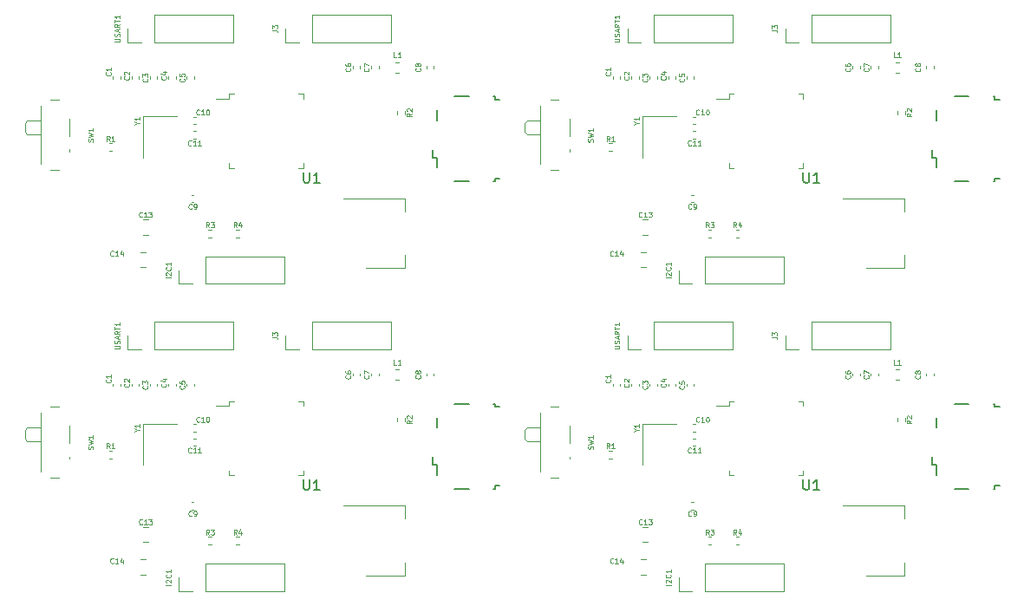
<source format=gbr>
%TF.GenerationSoftware,KiCad,Pcbnew,(6.0.7)*%
%TF.CreationDate,2022-11-18T16:05:41+07:00*%
%TF.ProjectId,test,74657374-2e6b-4696-9361-645f70636258,rev?*%
%TF.SameCoordinates,Original*%
%TF.FileFunction,Legend,Top*%
%TF.FilePolarity,Positive*%
%FSLAX46Y46*%
G04 Gerber Fmt 4.6, Leading zero omitted, Abs format (unit mm)*
G04 Created by KiCad (PCBNEW (6.0.7)) date 2022-11-18 16:05:41*
%MOMM*%
%LPD*%
G01*
G04 APERTURE LIST*
%ADD10C,0.150000*%
%ADD11C,0.050000*%
%ADD12C,0.120000*%
G04 APERTURE END LIST*
D10*
X50438095Y-69252380D02*
X50438095Y-70061904D01*
X50485714Y-70157142D01*
X50533333Y-70204761D01*
X50628571Y-70252380D01*
X50819047Y-70252380D01*
X50914285Y-70204761D01*
X50961904Y-70157142D01*
X51009523Y-70061904D01*
X51009523Y-69252380D01*
X52009523Y-70252380D02*
X51438095Y-70252380D01*
X51723809Y-70252380D02*
X51723809Y-69252380D01*
X51628571Y-69395238D01*
X51533333Y-69490476D01*
X51438095Y-69538095D01*
X99238095Y-69252380D02*
X99238095Y-70061904D01*
X99285714Y-70157142D01*
X99333333Y-70204761D01*
X99428571Y-70252380D01*
X99619047Y-70252380D01*
X99714285Y-70204761D01*
X99761904Y-70157142D01*
X99809523Y-70061904D01*
X99809523Y-69252380D01*
X100809523Y-70252380D02*
X100238095Y-70252380D01*
X100523809Y-70252380D02*
X100523809Y-69252380D01*
X100428571Y-69395238D01*
X100333333Y-69490476D01*
X100238095Y-69538095D01*
X99238095Y-39252380D02*
X99238095Y-40061904D01*
X99285714Y-40157142D01*
X99333333Y-40204761D01*
X99428571Y-40252380D01*
X99619047Y-40252380D01*
X99714285Y-40204761D01*
X99761904Y-40157142D01*
X99809523Y-40061904D01*
X99809523Y-39252380D01*
X100809523Y-40252380D02*
X100238095Y-40252380D01*
X100523809Y-40252380D02*
X100523809Y-39252380D01*
X100428571Y-39395238D01*
X100333333Y-39490476D01*
X100238095Y-39538095D01*
X50438095Y-39252380D02*
X50438095Y-40061904D01*
X50485714Y-40157142D01*
X50533333Y-40204761D01*
X50628571Y-40252380D01*
X50819047Y-40252380D01*
X50914285Y-40204761D01*
X50961904Y-40157142D01*
X51009523Y-40061904D01*
X51009523Y-39252380D01*
X52009523Y-40252380D02*
X51438095Y-40252380D01*
X51723809Y-40252380D02*
X51723809Y-39252380D01*
X51628571Y-39395238D01*
X51533333Y-39490476D01*
X51438095Y-39538095D01*
D11*
%TO.C,USART1*%
X80796190Y-56473809D02*
X81200952Y-56473809D01*
X81248571Y-56450000D01*
X81272380Y-56426190D01*
X81296190Y-56378571D01*
X81296190Y-56283333D01*
X81272380Y-56235714D01*
X81248571Y-56211904D01*
X81200952Y-56188095D01*
X80796190Y-56188095D01*
X81272380Y-55973809D02*
X81296190Y-55902380D01*
X81296190Y-55783333D01*
X81272380Y-55735714D01*
X81248571Y-55711904D01*
X81200952Y-55688095D01*
X81153333Y-55688095D01*
X81105714Y-55711904D01*
X81081904Y-55735714D01*
X81058095Y-55783333D01*
X81034285Y-55878571D01*
X81010476Y-55926190D01*
X80986666Y-55950000D01*
X80939047Y-55973809D01*
X80891428Y-55973809D01*
X80843809Y-55950000D01*
X80820000Y-55926190D01*
X80796190Y-55878571D01*
X80796190Y-55759523D01*
X80820000Y-55688095D01*
X81153333Y-55497619D02*
X81153333Y-55259523D01*
X81296190Y-55545238D02*
X80796190Y-55378571D01*
X81296190Y-55211904D01*
X81296190Y-54759523D02*
X81058095Y-54926190D01*
X81296190Y-55045238D02*
X80796190Y-55045238D01*
X80796190Y-54854761D01*
X80820000Y-54807142D01*
X80843809Y-54783333D01*
X80891428Y-54759523D01*
X80962857Y-54759523D01*
X81010476Y-54783333D01*
X81034285Y-54807142D01*
X81058095Y-54854761D01*
X81058095Y-55045238D01*
X80796190Y-54616666D02*
X80796190Y-54330952D01*
X81296190Y-54473809D02*
X80796190Y-54473809D01*
X81296190Y-53902380D02*
X81296190Y-54188095D01*
X81296190Y-54045238D02*
X80796190Y-54045238D01*
X80867619Y-54092857D01*
X80915238Y-54140476D01*
X80939047Y-54188095D01*
%TO.C,SW1*%
X29877380Y-36266666D02*
X29901190Y-36195238D01*
X29901190Y-36076190D01*
X29877380Y-36028571D01*
X29853571Y-36004761D01*
X29805952Y-35980952D01*
X29758333Y-35980952D01*
X29710714Y-36004761D01*
X29686904Y-36028571D01*
X29663095Y-36076190D01*
X29639285Y-36171428D01*
X29615476Y-36219047D01*
X29591666Y-36242857D01*
X29544047Y-36266666D01*
X29496428Y-36266666D01*
X29448809Y-36242857D01*
X29425000Y-36219047D01*
X29401190Y-36171428D01*
X29401190Y-36052380D01*
X29425000Y-35980952D01*
X29401190Y-35814285D02*
X29901190Y-35695238D01*
X29544047Y-35600000D01*
X29901190Y-35504761D01*
X29401190Y-35385714D01*
X29901190Y-34933333D02*
X29901190Y-35219047D01*
X29901190Y-35076190D02*
X29401190Y-35076190D01*
X29472619Y-35123809D01*
X29520238Y-35171428D01*
X29544047Y-35219047D01*
%TO.C,C11*%
X39478571Y-36578571D02*
X39454761Y-36602380D01*
X39383333Y-36626190D01*
X39335714Y-36626190D01*
X39264285Y-36602380D01*
X39216666Y-36554761D01*
X39192857Y-36507142D01*
X39169047Y-36411904D01*
X39169047Y-36340476D01*
X39192857Y-36245238D01*
X39216666Y-36197619D01*
X39264285Y-36150000D01*
X39335714Y-36126190D01*
X39383333Y-36126190D01*
X39454761Y-36150000D01*
X39478571Y-36173809D01*
X39954761Y-36626190D02*
X39669047Y-36626190D01*
X39811904Y-36626190D02*
X39811904Y-36126190D01*
X39764285Y-36197619D01*
X39716666Y-36245238D01*
X39669047Y-36269047D01*
X40430952Y-36626190D02*
X40145238Y-36626190D01*
X40288095Y-36626190D02*
X40288095Y-36126190D01*
X40240476Y-36197619D01*
X40192857Y-36245238D01*
X40145238Y-36269047D01*
%TO.C,C4*%
X36978571Y-59883333D02*
X37002380Y-59907142D01*
X37026190Y-59978571D01*
X37026190Y-60026190D01*
X37002380Y-60097619D01*
X36954761Y-60145238D01*
X36907142Y-60169047D01*
X36811904Y-60192857D01*
X36740476Y-60192857D01*
X36645238Y-60169047D01*
X36597619Y-60145238D01*
X36550000Y-60097619D01*
X36526190Y-60026190D01*
X36526190Y-59978571D01*
X36550000Y-59907142D01*
X36573809Y-59883333D01*
X36692857Y-59454761D02*
X37026190Y-59454761D01*
X36502380Y-59573809D02*
X36859523Y-59692857D01*
X36859523Y-59383333D01*
%TO.C,C2*%
X82178571Y-59883333D02*
X82202380Y-59907142D01*
X82226190Y-59978571D01*
X82226190Y-60026190D01*
X82202380Y-60097619D01*
X82154761Y-60145238D01*
X82107142Y-60169047D01*
X82011904Y-60192857D01*
X81940476Y-60192857D01*
X81845238Y-60169047D01*
X81797619Y-60145238D01*
X81750000Y-60097619D01*
X81726190Y-60026190D01*
X81726190Y-59978571D01*
X81750000Y-59907142D01*
X81773809Y-59883333D01*
X81773809Y-59692857D02*
X81750000Y-59669047D01*
X81726190Y-59621428D01*
X81726190Y-59502380D01*
X81750000Y-59454761D01*
X81773809Y-59430952D01*
X81821428Y-59407142D01*
X81869047Y-59407142D01*
X81940476Y-59430952D01*
X82226190Y-59716666D01*
X82226190Y-59407142D01*
%TO.C,C10*%
X40278571Y-63578571D02*
X40254761Y-63602380D01*
X40183333Y-63626190D01*
X40135714Y-63626190D01*
X40064285Y-63602380D01*
X40016666Y-63554761D01*
X39992857Y-63507142D01*
X39969047Y-63411904D01*
X39969047Y-63340476D01*
X39992857Y-63245238D01*
X40016666Y-63197619D01*
X40064285Y-63150000D01*
X40135714Y-63126190D01*
X40183333Y-63126190D01*
X40254761Y-63150000D01*
X40278571Y-63173809D01*
X40754761Y-63626190D02*
X40469047Y-63626190D01*
X40611904Y-63626190D02*
X40611904Y-63126190D01*
X40564285Y-63197619D01*
X40516666Y-63245238D01*
X40469047Y-63269047D01*
X41064285Y-63126190D02*
X41111904Y-63126190D01*
X41159523Y-63150000D01*
X41183333Y-63173809D01*
X41207142Y-63221428D01*
X41230952Y-63316666D01*
X41230952Y-63435714D01*
X41207142Y-63530952D01*
X41183333Y-63578571D01*
X41159523Y-63602380D01*
X41111904Y-63626190D01*
X41064285Y-63626190D01*
X41016666Y-63602380D01*
X40992857Y-63578571D01*
X40969047Y-63530952D01*
X40945238Y-63435714D01*
X40945238Y-63316666D01*
X40969047Y-63221428D01*
X40992857Y-63173809D01*
X41016666Y-63150000D01*
X41064285Y-63126190D01*
%TO.C,SW1*%
X78677380Y-36266666D02*
X78701190Y-36195238D01*
X78701190Y-36076190D01*
X78677380Y-36028571D01*
X78653571Y-36004761D01*
X78605952Y-35980952D01*
X78558333Y-35980952D01*
X78510714Y-36004761D01*
X78486904Y-36028571D01*
X78463095Y-36076190D01*
X78439285Y-36171428D01*
X78415476Y-36219047D01*
X78391666Y-36242857D01*
X78344047Y-36266666D01*
X78296428Y-36266666D01*
X78248809Y-36242857D01*
X78225000Y-36219047D01*
X78201190Y-36171428D01*
X78201190Y-36052380D01*
X78225000Y-35980952D01*
X78201190Y-35814285D02*
X78701190Y-35695238D01*
X78344047Y-35600000D01*
X78701190Y-35504761D01*
X78201190Y-35385714D01*
X78701190Y-34933333D02*
X78701190Y-35219047D01*
X78701190Y-35076190D02*
X78201190Y-35076190D01*
X78272619Y-35123809D01*
X78320238Y-35171428D01*
X78344047Y-35219047D01*
%TO.C,C2*%
X82178571Y-29883333D02*
X82202380Y-29907142D01*
X82226190Y-29978571D01*
X82226190Y-30026190D01*
X82202380Y-30097619D01*
X82154761Y-30145238D01*
X82107142Y-30169047D01*
X82011904Y-30192857D01*
X81940476Y-30192857D01*
X81845238Y-30169047D01*
X81797619Y-30145238D01*
X81750000Y-30097619D01*
X81726190Y-30026190D01*
X81726190Y-29978571D01*
X81750000Y-29907142D01*
X81773809Y-29883333D01*
X81773809Y-29692857D02*
X81750000Y-29669047D01*
X81726190Y-29621428D01*
X81726190Y-29502380D01*
X81750000Y-29454761D01*
X81773809Y-29430952D01*
X81821428Y-29407142D01*
X81869047Y-29407142D01*
X81940476Y-29430952D01*
X82226190Y-29716666D01*
X82226190Y-29407142D01*
%TO.C,C8*%
X110618571Y-29083333D02*
X110642380Y-29107142D01*
X110666190Y-29178571D01*
X110666190Y-29226190D01*
X110642380Y-29297619D01*
X110594761Y-29345238D01*
X110547142Y-29369047D01*
X110451904Y-29392857D01*
X110380476Y-29392857D01*
X110285238Y-29369047D01*
X110237619Y-29345238D01*
X110190000Y-29297619D01*
X110166190Y-29226190D01*
X110166190Y-29178571D01*
X110190000Y-29107142D01*
X110213809Y-29083333D01*
X110380476Y-28797619D02*
X110356666Y-28845238D01*
X110332857Y-28869047D01*
X110285238Y-28892857D01*
X110261428Y-28892857D01*
X110213809Y-28869047D01*
X110190000Y-28845238D01*
X110166190Y-28797619D01*
X110166190Y-28702380D01*
X110190000Y-28654761D01*
X110213809Y-28630952D01*
X110261428Y-28607142D01*
X110285238Y-28607142D01*
X110332857Y-28630952D01*
X110356666Y-28654761D01*
X110380476Y-28702380D01*
X110380476Y-28797619D01*
X110404285Y-28845238D01*
X110428095Y-28869047D01*
X110475714Y-28892857D01*
X110570952Y-28892857D01*
X110618571Y-28869047D01*
X110642380Y-28845238D01*
X110666190Y-28797619D01*
X110666190Y-28702380D01*
X110642380Y-28654761D01*
X110618571Y-28630952D01*
X110570952Y-28607142D01*
X110475714Y-28607142D01*
X110428095Y-28630952D01*
X110404285Y-28654761D01*
X110380476Y-28702380D01*
%TO.C,C3*%
X83978571Y-60083333D02*
X84002380Y-60107142D01*
X84026190Y-60178571D01*
X84026190Y-60226190D01*
X84002380Y-60297619D01*
X83954761Y-60345238D01*
X83907142Y-60369047D01*
X83811904Y-60392857D01*
X83740476Y-60392857D01*
X83645238Y-60369047D01*
X83597619Y-60345238D01*
X83550000Y-60297619D01*
X83526190Y-60226190D01*
X83526190Y-60178571D01*
X83550000Y-60107142D01*
X83573809Y-60083333D01*
X83526190Y-59916666D02*
X83526190Y-59607142D01*
X83716666Y-59773809D01*
X83716666Y-59702380D01*
X83740476Y-59654761D01*
X83764285Y-59630952D01*
X83811904Y-59607142D01*
X83930952Y-59607142D01*
X83978571Y-59630952D01*
X84002380Y-59654761D01*
X84026190Y-59702380D01*
X84026190Y-59845238D01*
X84002380Y-59892857D01*
X83978571Y-59916666D01*
%TO.C,R3*%
X90026666Y-74626190D02*
X89860000Y-74388095D01*
X89740952Y-74626190D02*
X89740952Y-74126190D01*
X89931428Y-74126190D01*
X89979047Y-74150000D01*
X90002857Y-74173809D01*
X90026666Y-74221428D01*
X90026666Y-74292857D01*
X90002857Y-74340476D01*
X89979047Y-74364285D01*
X89931428Y-74388095D01*
X89740952Y-74388095D01*
X90193333Y-74126190D02*
X90502857Y-74126190D01*
X90336190Y-74316666D01*
X90407619Y-74316666D01*
X90455238Y-74340476D01*
X90479047Y-74364285D01*
X90502857Y-74411904D01*
X90502857Y-74530952D01*
X90479047Y-74578571D01*
X90455238Y-74602380D01*
X90407619Y-74626190D01*
X90264761Y-74626190D01*
X90217142Y-74602380D01*
X90193333Y-74578571D01*
%TO.C,C6*%
X103778571Y-29083333D02*
X103802380Y-29107142D01*
X103826190Y-29178571D01*
X103826190Y-29226190D01*
X103802380Y-29297619D01*
X103754761Y-29345238D01*
X103707142Y-29369047D01*
X103611904Y-29392857D01*
X103540476Y-29392857D01*
X103445238Y-29369047D01*
X103397619Y-29345238D01*
X103350000Y-29297619D01*
X103326190Y-29226190D01*
X103326190Y-29178571D01*
X103350000Y-29107142D01*
X103373809Y-29083333D01*
X103326190Y-28654761D02*
X103326190Y-28750000D01*
X103350000Y-28797619D01*
X103373809Y-28821428D01*
X103445238Y-28869047D01*
X103540476Y-28892857D01*
X103730952Y-28892857D01*
X103778571Y-28869047D01*
X103802380Y-28845238D01*
X103826190Y-28797619D01*
X103826190Y-28702380D01*
X103802380Y-28654761D01*
X103778571Y-28630952D01*
X103730952Y-28607142D01*
X103611904Y-28607142D01*
X103564285Y-28630952D01*
X103540476Y-28654761D01*
X103516666Y-28702380D01*
X103516666Y-28797619D01*
X103540476Y-28845238D01*
X103564285Y-28869047D01*
X103611904Y-28892857D01*
%TO.C,R4*%
X92716666Y-74626190D02*
X92550000Y-74388095D01*
X92430952Y-74626190D02*
X92430952Y-74126190D01*
X92621428Y-74126190D01*
X92669047Y-74150000D01*
X92692857Y-74173809D01*
X92716666Y-74221428D01*
X92716666Y-74292857D01*
X92692857Y-74340476D01*
X92669047Y-74364285D01*
X92621428Y-74388095D01*
X92430952Y-74388095D01*
X93145238Y-74292857D02*
X93145238Y-74626190D01*
X93026190Y-74102380D02*
X92907142Y-74459523D01*
X93216666Y-74459523D01*
%TO.C,L1*%
X108316666Y-58026190D02*
X108078571Y-58026190D01*
X108078571Y-57526190D01*
X108745238Y-58026190D02*
X108459523Y-58026190D01*
X108602380Y-58026190D02*
X108602380Y-57526190D01*
X108554761Y-57597619D01*
X108507142Y-57645238D01*
X108459523Y-57669047D01*
%TO.C,Y1*%
X34188095Y-64438095D02*
X34426190Y-64438095D01*
X33926190Y-64604761D02*
X34188095Y-64438095D01*
X33926190Y-64271428D01*
X34426190Y-63842857D02*
X34426190Y-64128571D01*
X34426190Y-63985714D02*
X33926190Y-63985714D01*
X33997619Y-64033333D01*
X34045238Y-64080952D01*
X34069047Y-64128571D01*
%TO.C,C4*%
X36978571Y-29883333D02*
X37002380Y-29907142D01*
X37026190Y-29978571D01*
X37026190Y-30026190D01*
X37002380Y-30097619D01*
X36954761Y-30145238D01*
X36907142Y-30169047D01*
X36811904Y-30192857D01*
X36740476Y-30192857D01*
X36645238Y-30169047D01*
X36597619Y-30145238D01*
X36550000Y-30097619D01*
X36526190Y-30026190D01*
X36526190Y-29978571D01*
X36550000Y-29907142D01*
X36573809Y-29883333D01*
X36692857Y-29454761D02*
X37026190Y-29454761D01*
X36502380Y-29573809D02*
X36859523Y-29692857D01*
X36859523Y-29383333D01*
%TO.C,R1*%
X31516666Y-66216190D02*
X31350000Y-65978095D01*
X31230952Y-66216190D02*
X31230952Y-65716190D01*
X31421428Y-65716190D01*
X31469047Y-65740000D01*
X31492857Y-65763809D01*
X31516666Y-65811428D01*
X31516666Y-65882857D01*
X31492857Y-65930476D01*
X31469047Y-65954285D01*
X31421428Y-65978095D01*
X31230952Y-65978095D01*
X31992857Y-66216190D02*
X31707142Y-66216190D01*
X31850000Y-66216190D02*
X31850000Y-65716190D01*
X31802380Y-65787619D01*
X31754761Y-65835238D01*
X31707142Y-65859047D01*
%TO.C,C6*%
X54978571Y-59083333D02*
X55002380Y-59107142D01*
X55026190Y-59178571D01*
X55026190Y-59226190D01*
X55002380Y-59297619D01*
X54954761Y-59345238D01*
X54907142Y-59369047D01*
X54811904Y-59392857D01*
X54740476Y-59392857D01*
X54645238Y-59369047D01*
X54597619Y-59345238D01*
X54550000Y-59297619D01*
X54526190Y-59226190D01*
X54526190Y-59178571D01*
X54550000Y-59107142D01*
X54573809Y-59083333D01*
X54526190Y-58654761D02*
X54526190Y-58750000D01*
X54550000Y-58797619D01*
X54573809Y-58821428D01*
X54645238Y-58869047D01*
X54740476Y-58892857D01*
X54930952Y-58892857D01*
X54978571Y-58869047D01*
X55002380Y-58845238D01*
X55026190Y-58797619D01*
X55026190Y-58702380D01*
X55002380Y-58654761D01*
X54978571Y-58630952D01*
X54930952Y-58607142D01*
X54811904Y-58607142D01*
X54764285Y-58630952D01*
X54740476Y-58654761D01*
X54716666Y-58702380D01*
X54716666Y-58797619D01*
X54740476Y-58845238D01*
X54764285Y-58869047D01*
X54811904Y-58892857D01*
%TO.C,C13*%
X83478571Y-43578571D02*
X83454761Y-43602380D01*
X83383333Y-43626190D01*
X83335714Y-43626190D01*
X83264285Y-43602380D01*
X83216666Y-43554761D01*
X83192857Y-43507142D01*
X83169047Y-43411904D01*
X83169047Y-43340476D01*
X83192857Y-43245238D01*
X83216666Y-43197619D01*
X83264285Y-43150000D01*
X83335714Y-43126190D01*
X83383333Y-43126190D01*
X83454761Y-43150000D01*
X83478571Y-43173809D01*
X83954761Y-43626190D02*
X83669047Y-43626190D01*
X83811904Y-43626190D02*
X83811904Y-43126190D01*
X83764285Y-43197619D01*
X83716666Y-43245238D01*
X83669047Y-43269047D01*
X84121428Y-43126190D02*
X84430952Y-43126190D01*
X84264285Y-43316666D01*
X84335714Y-43316666D01*
X84383333Y-43340476D01*
X84407142Y-43364285D01*
X84430952Y-43411904D01*
X84430952Y-43530952D01*
X84407142Y-43578571D01*
X84383333Y-43602380D01*
X84335714Y-43626190D01*
X84192857Y-43626190D01*
X84145238Y-43602380D01*
X84121428Y-43578571D01*
%TO.C,C6*%
X103778571Y-59083333D02*
X103802380Y-59107142D01*
X103826190Y-59178571D01*
X103826190Y-59226190D01*
X103802380Y-59297619D01*
X103754761Y-59345238D01*
X103707142Y-59369047D01*
X103611904Y-59392857D01*
X103540476Y-59392857D01*
X103445238Y-59369047D01*
X103397619Y-59345238D01*
X103350000Y-59297619D01*
X103326190Y-59226190D01*
X103326190Y-59178571D01*
X103350000Y-59107142D01*
X103373809Y-59083333D01*
X103326190Y-58654761D02*
X103326190Y-58750000D01*
X103350000Y-58797619D01*
X103373809Y-58821428D01*
X103445238Y-58869047D01*
X103540476Y-58892857D01*
X103730952Y-58892857D01*
X103778571Y-58869047D01*
X103802380Y-58845238D01*
X103826190Y-58797619D01*
X103826190Y-58702380D01*
X103802380Y-58654761D01*
X103778571Y-58630952D01*
X103730952Y-58607142D01*
X103611904Y-58607142D01*
X103564285Y-58630952D01*
X103540476Y-58654761D01*
X103516666Y-58702380D01*
X103516666Y-58797619D01*
X103540476Y-58845238D01*
X103564285Y-58869047D01*
X103611904Y-58892857D01*
%TO.C,C8*%
X61818571Y-29083333D02*
X61842380Y-29107142D01*
X61866190Y-29178571D01*
X61866190Y-29226190D01*
X61842380Y-29297619D01*
X61794761Y-29345238D01*
X61747142Y-29369047D01*
X61651904Y-29392857D01*
X61580476Y-29392857D01*
X61485238Y-29369047D01*
X61437619Y-29345238D01*
X61390000Y-29297619D01*
X61366190Y-29226190D01*
X61366190Y-29178571D01*
X61390000Y-29107142D01*
X61413809Y-29083333D01*
X61580476Y-28797619D02*
X61556666Y-28845238D01*
X61532857Y-28869047D01*
X61485238Y-28892857D01*
X61461428Y-28892857D01*
X61413809Y-28869047D01*
X61390000Y-28845238D01*
X61366190Y-28797619D01*
X61366190Y-28702380D01*
X61390000Y-28654761D01*
X61413809Y-28630952D01*
X61461428Y-28607142D01*
X61485238Y-28607142D01*
X61532857Y-28630952D01*
X61556666Y-28654761D01*
X61580476Y-28702380D01*
X61580476Y-28797619D01*
X61604285Y-28845238D01*
X61628095Y-28869047D01*
X61675714Y-28892857D01*
X61770952Y-28892857D01*
X61818571Y-28869047D01*
X61842380Y-28845238D01*
X61866190Y-28797619D01*
X61866190Y-28702380D01*
X61842380Y-28654761D01*
X61818571Y-28630952D01*
X61770952Y-28607142D01*
X61675714Y-28607142D01*
X61628095Y-28630952D01*
X61604285Y-28654761D01*
X61580476Y-28702380D01*
%TO.C,J3*%
X47396190Y-55366666D02*
X47753333Y-55366666D01*
X47824761Y-55390476D01*
X47872380Y-55438095D01*
X47896190Y-55509523D01*
X47896190Y-55557142D01*
X47396190Y-55176190D02*
X47396190Y-54866666D01*
X47586666Y-55033333D01*
X47586666Y-54961904D01*
X47610476Y-54914285D01*
X47634285Y-54890476D01*
X47681904Y-54866666D01*
X47800952Y-54866666D01*
X47848571Y-54890476D01*
X47872380Y-54914285D01*
X47896190Y-54961904D01*
X47896190Y-55104761D01*
X47872380Y-55152380D01*
X47848571Y-55176190D01*
%TO.C,C13*%
X83478571Y-73578571D02*
X83454761Y-73602380D01*
X83383333Y-73626190D01*
X83335714Y-73626190D01*
X83264285Y-73602380D01*
X83216666Y-73554761D01*
X83192857Y-73507142D01*
X83169047Y-73411904D01*
X83169047Y-73340476D01*
X83192857Y-73245238D01*
X83216666Y-73197619D01*
X83264285Y-73150000D01*
X83335714Y-73126190D01*
X83383333Y-73126190D01*
X83454761Y-73150000D01*
X83478571Y-73173809D01*
X83954761Y-73626190D02*
X83669047Y-73626190D01*
X83811904Y-73626190D02*
X83811904Y-73126190D01*
X83764285Y-73197619D01*
X83716666Y-73245238D01*
X83669047Y-73269047D01*
X84121428Y-73126190D02*
X84430952Y-73126190D01*
X84264285Y-73316666D01*
X84335714Y-73316666D01*
X84383333Y-73340476D01*
X84407142Y-73364285D01*
X84430952Y-73411904D01*
X84430952Y-73530952D01*
X84407142Y-73578571D01*
X84383333Y-73602380D01*
X84335714Y-73626190D01*
X84192857Y-73626190D01*
X84145238Y-73602380D01*
X84121428Y-73578571D01*
%TO.C,C1*%
X80378571Y-29483333D02*
X80402380Y-29507142D01*
X80426190Y-29578571D01*
X80426190Y-29626190D01*
X80402380Y-29697619D01*
X80354761Y-29745238D01*
X80307142Y-29769047D01*
X80211904Y-29792857D01*
X80140476Y-29792857D01*
X80045238Y-29769047D01*
X79997619Y-29745238D01*
X79950000Y-29697619D01*
X79926190Y-29626190D01*
X79926190Y-29578571D01*
X79950000Y-29507142D01*
X79973809Y-29483333D01*
X80426190Y-29007142D02*
X80426190Y-29292857D01*
X80426190Y-29150000D02*
X79926190Y-29150000D01*
X79997619Y-29197619D01*
X80045238Y-29245238D01*
X80069047Y-29292857D01*
%TO.C,C10*%
X40278571Y-33578571D02*
X40254761Y-33602380D01*
X40183333Y-33626190D01*
X40135714Y-33626190D01*
X40064285Y-33602380D01*
X40016666Y-33554761D01*
X39992857Y-33507142D01*
X39969047Y-33411904D01*
X39969047Y-33340476D01*
X39992857Y-33245238D01*
X40016666Y-33197619D01*
X40064285Y-33150000D01*
X40135714Y-33126190D01*
X40183333Y-33126190D01*
X40254761Y-33150000D01*
X40278571Y-33173809D01*
X40754761Y-33626190D02*
X40469047Y-33626190D01*
X40611904Y-33626190D02*
X40611904Y-33126190D01*
X40564285Y-33197619D01*
X40516666Y-33245238D01*
X40469047Y-33269047D01*
X41064285Y-33126190D02*
X41111904Y-33126190D01*
X41159523Y-33150000D01*
X41183333Y-33173809D01*
X41207142Y-33221428D01*
X41230952Y-33316666D01*
X41230952Y-33435714D01*
X41207142Y-33530952D01*
X41183333Y-33578571D01*
X41159523Y-33602380D01*
X41111904Y-33626190D01*
X41064285Y-33626190D01*
X41016666Y-33602380D01*
X40992857Y-33578571D01*
X40969047Y-33530952D01*
X40945238Y-33435714D01*
X40945238Y-33316666D01*
X40969047Y-33221428D01*
X40992857Y-33173809D01*
X41016666Y-33150000D01*
X41064285Y-33126190D01*
%TO.C,C4*%
X85778571Y-29883333D02*
X85802380Y-29907142D01*
X85826190Y-29978571D01*
X85826190Y-30026190D01*
X85802380Y-30097619D01*
X85754761Y-30145238D01*
X85707142Y-30169047D01*
X85611904Y-30192857D01*
X85540476Y-30192857D01*
X85445238Y-30169047D01*
X85397619Y-30145238D01*
X85350000Y-30097619D01*
X85326190Y-30026190D01*
X85326190Y-29978571D01*
X85350000Y-29907142D01*
X85373809Y-29883333D01*
X85492857Y-29454761D02*
X85826190Y-29454761D01*
X85302380Y-29573809D02*
X85659523Y-29692857D01*
X85659523Y-29383333D01*
%TO.C,C10*%
X89078571Y-33578571D02*
X89054761Y-33602380D01*
X88983333Y-33626190D01*
X88935714Y-33626190D01*
X88864285Y-33602380D01*
X88816666Y-33554761D01*
X88792857Y-33507142D01*
X88769047Y-33411904D01*
X88769047Y-33340476D01*
X88792857Y-33245238D01*
X88816666Y-33197619D01*
X88864285Y-33150000D01*
X88935714Y-33126190D01*
X88983333Y-33126190D01*
X89054761Y-33150000D01*
X89078571Y-33173809D01*
X89554761Y-33626190D02*
X89269047Y-33626190D01*
X89411904Y-33626190D02*
X89411904Y-33126190D01*
X89364285Y-33197619D01*
X89316666Y-33245238D01*
X89269047Y-33269047D01*
X89864285Y-33126190D02*
X89911904Y-33126190D01*
X89959523Y-33150000D01*
X89983333Y-33173809D01*
X90007142Y-33221428D01*
X90030952Y-33316666D01*
X90030952Y-33435714D01*
X90007142Y-33530952D01*
X89983333Y-33578571D01*
X89959523Y-33602380D01*
X89911904Y-33626190D01*
X89864285Y-33626190D01*
X89816666Y-33602380D01*
X89792857Y-33578571D01*
X89769047Y-33530952D01*
X89745238Y-33435714D01*
X89745238Y-33316666D01*
X89769047Y-33221428D01*
X89792857Y-33173809D01*
X89816666Y-33150000D01*
X89864285Y-33126190D01*
%TO.C,L1*%
X59516666Y-58026190D02*
X59278571Y-58026190D01*
X59278571Y-57526190D01*
X59945238Y-58026190D02*
X59659523Y-58026190D01*
X59802380Y-58026190D02*
X59802380Y-57526190D01*
X59754761Y-57597619D01*
X59707142Y-57645238D01*
X59659523Y-57669047D01*
%TO.C,C9*%
X39516666Y-42778571D02*
X39492857Y-42802380D01*
X39421428Y-42826190D01*
X39373809Y-42826190D01*
X39302380Y-42802380D01*
X39254761Y-42754761D01*
X39230952Y-42707142D01*
X39207142Y-42611904D01*
X39207142Y-42540476D01*
X39230952Y-42445238D01*
X39254761Y-42397619D01*
X39302380Y-42350000D01*
X39373809Y-42326190D01*
X39421428Y-42326190D01*
X39492857Y-42350000D01*
X39516666Y-42373809D01*
X39754761Y-42826190D02*
X39850000Y-42826190D01*
X39897619Y-42802380D01*
X39921428Y-42778571D01*
X39969047Y-42707142D01*
X39992857Y-42611904D01*
X39992857Y-42421428D01*
X39969047Y-42373809D01*
X39945238Y-42350000D01*
X39897619Y-42326190D01*
X39802380Y-42326190D01*
X39754761Y-42350000D01*
X39730952Y-42373809D01*
X39707142Y-42421428D01*
X39707142Y-42540476D01*
X39730952Y-42588095D01*
X39754761Y-42611904D01*
X39802380Y-42635714D01*
X39897619Y-42635714D01*
X39945238Y-42611904D01*
X39969047Y-42588095D01*
X39992857Y-42540476D01*
%TO.C,R1*%
X80316666Y-36216190D02*
X80150000Y-35978095D01*
X80030952Y-36216190D02*
X80030952Y-35716190D01*
X80221428Y-35716190D01*
X80269047Y-35740000D01*
X80292857Y-35763809D01*
X80316666Y-35811428D01*
X80316666Y-35882857D01*
X80292857Y-35930476D01*
X80269047Y-35954285D01*
X80221428Y-35978095D01*
X80030952Y-35978095D01*
X80792857Y-36216190D02*
X80507142Y-36216190D01*
X80650000Y-36216190D02*
X80650000Y-35716190D01*
X80602380Y-35787619D01*
X80554761Y-35835238D01*
X80507142Y-35859047D01*
%TO.C,C9*%
X88316666Y-42778571D02*
X88292857Y-42802380D01*
X88221428Y-42826190D01*
X88173809Y-42826190D01*
X88102380Y-42802380D01*
X88054761Y-42754761D01*
X88030952Y-42707142D01*
X88007142Y-42611904D01*
X88007142Y-42540476D01*
X88030952Y-42445238D01*
X88054761Y-42397619D01*
X88102380Y-42350000D01*
X88173809Y-42326190D01*
X88221428Y-42326190D01*
X88292857Y-42350000D01*
X88316666Y-42373809D01*
X88554761Y-42826190D02*
X88650000Y-42826190D01*
X88697619Y-42802380D01*
X88721428Y-42778571D01*
X88769047Y-42707142D01*
X88792857Y-42611904D01*
X88792857Y-42421428D01*
X88769047Y-42373809D01*
X88745238Y-42350000D01*
X88697619Y-42326190D01*
X88602380Y-42326190D01*
X88554761Y-42350000D01*
X88530952Y-42373809D01*
X88507142Y-42421428D01*
X88507142Y-42540476D01*
X88530952Y-42588095D01*
X88554761Y-42611904D01*
X88602380Y-42635714D01*
X88697619Y-42635714D01*
X88745238Y-42611904D01*
X88769047Y-42588095D01*
X88792857Y-42540476D01*
%TO.C,J3*%
X96196190Y-25366666D02*
X96553333Y-25366666D01*
X96624761Y-25390476D01*
X96672380Y-25438095D01*
X96696190Y-25509523D01*
X96696190Y-25557142D01*
X96196190Y-25176190D02*
X96196190Y-24866666D01*
X96386666Y-25033333D01*
X96386666Y-24961904D01*
X96410476Y-24914285D01*
X96434285Y-24890476D01*
X96481904Y-24866666D01*
X96600952Y-24866666D01*
X96648571Y-24890476D01*
X96672380Y-24914285D01*
X96696190Y-24961904D01*
X96696190Y-25104761D01*
X96672380Y-25152380D01*
X96648571Y-25176190D01*
%TO.C,C11*%
X39478571Y-66578571D02*
X39454761Y-66602380D01*
X39383333Y-66626190D01*
X39335714Y-66626190D01*
X39264285Y-66602380D01*
X39216666Y-66554761D01*
X39192857Y-66507142D01*
X39169047Y-66411904D01*
X39169047Y-66340476D01*
X39192857Y-66245238D01*
X39216666Y-66197619D01*
X39264285Y-66150000D01*
X39335714Y-66126190D01*
X39383333Y-66126190D01*
X39454761Y-66150000D01*
X39478571Y-66173809D01*
X39954761Y-66626190D02*
X39669047Y-66626190D01*
X39811904Y-66626190D02*
X39811904Y-66126190D01*
X39764285Y-66197619D01*
X39716666Y-66245238D01*
X39669047Y-66269047D01*
X40430952Y-66626190D02*
X40145238Y-66626190D01*
X40288095Y-66626190D02*
X40288095Y-66126190D01*
X40240476Y-66197619D01*
X40192857Y-66245238D01*
X40145238Y-66269047D01*
%TO.C,I2C1*%
X37496190Y-49526190D02*
X36996190Y-49526190D01*
X37043809Y-49311904D02*
X37020000Y-49288095D01*
X36996190Y-49240476D01*
X36996190Y-49121428D01*
X37020000Y-49073809D01*
X37043809Y-49050000D01*
X37091428Y-49026190D01*
X37139047Y-49026190D01*
X37210476Y-49050000D01*
X37496190Y-49335714D01*
X37496190Y-49026190D01*
X37448571Y-48526190D02*
X37472380Y-48550000D01*
X37496190Y-48621428D01*
X37496190Y-48669047D01*
X37472380Y-48740476D01*
X37424761Y-48788095D01*
X37377142Y-48811904D01*
X37281904Y-48835714D01*
X37210476Y-48835714D01*
X37115238Y-48811904D01*
X37067619Y-48788095D01*
X37020000Y-48740476D01*
X36996190Y-48669047D01*
X36996190Y-48621428D01*
X37020000Y-48550000D01*
X37043809Y-48526190D01*
X37496190Y-48050000D02*
X37496190Y-48335714D01*
X37496190Y-48192857D02*
X36996190Y-48192857D01*
X37067619Y-48240476D01*
X37115238Y-48288095D01*
X37139047Y-48335714D01*
%TO.C,C8*%
X110618571Y-59083333D02*
X110642380Y-59107142D01*
X110666190Y-59178571D01*
X110666190Y-59226190D01*
X110642380Y-59297619D01*
X110594761Y-59345238D01*
X110547142Y-59369047D01*
X110451904Y-59392857D01*
X110380476Y-59392857D01*
X110285238Y-59369047D01*
X110237619Y-59345238D01*
X110190000Y-59297619D01*
X110166190Y-59226190D01*
X110166190Y-59178571D01*
X110190000Y-59107142D01*
X110213809Y-59083333D01*
X110380476Y-58797619D02*
X110356666Y-58845238D01*
X110332857Y-58869047D01*
X110285238Y-58892857D01*
X110261428Y-58892857D01*
X110213809Y-58869047D01*
X110190000Y-58845238D01*
X110166190Y-58797619D01*
X110166190Y-58702380D01*
X110190000Y-58654761D01*
X110213809Y-58630952D01*
X110261428Y-58607142D01*
X110285238Y-58607142D01*
X110332857Y-58630952D01*
X110356666Y-58654761D01*
X110380476Y-58702380D01*
X110380476Y-58797619D01*
X110404285Y-58845238D01*
X110428095Y-58869047D01*
X110475714Y-58892857D01*
X110570952Y-58892857D01*
X110618571Y-58869047D01*
X110642380Y-58845238D01*
X110666190Y-58797619D01*
X110666190Y-58702380D01*
X110642380Y-58654761D01*
X110618571Y-58630952D01*
X110570952Y-58607142D01*
X110475714Y-58607142D01*
X110428095Y-58630952D01*
X110404285Y-58654761D01*
X110380476Y-58702380D01*
%TO.C,R4*%
X43916666Y-74626190D02*
X43750000Y-74388095D01*
X43630952Y-74626190D02*
X43630952Y-74126190D01*
X43821428Y-74126190D01*
X43869047Y-74150000D01*
X43892857Y-74173809D01*
X43916666Y-74221428D01*
X43916666Y-74292857D01*
X43892857Y-74340476D01*
X43869047Y-74364285D01*
X43821428Y-74388095D01*
X43630952Y-74388095D01*
X44345238Y-74292857D02*
X44345238Y-74626190D01*
X44226190Y-74102380D02*
X44107142Y-74459523D01*
X44416666Y-74459523D01*
%TO.C,R3*%
X41226666Y-74626190D02*
X41060000Y-74388095D01*
X40940952Y-74626190D02*
X40940952Y-74126190D01*
X41131428Y-74126190D01*
X41179047Y-74150000D01*
X41202857Y-74173809D01*
X41226666Y-74221428D01*
X41226666Y-74292857D01*
X41202857Y-74340476D01*
X41179047Y-74364285D01*
X41131428Y-74388095D01*
X40940952Y-74388095D01*
X41393333Y-74126190D02*
X41702857Y-74126190D01*
X41536190Y-74316666D01*
X41607619Y-74316666D01*
X41655238Y-74340476D01*
X41679047Y-74364285D01*
X41702857Y-74411904D01*
X41702857Y-74530952D01*
X41679047Y-74578571D01*
X41655238Y-74602380D01*
X41607619Y-74626190D01*
X41464761Y-74626190D01*
X41417142Y-74602380D01*
X41393333Y-74578571D01*
%TO.C,Y1*%
X82988095Y-64438095D02*
X83226190Y-64438095D01*
X82726190Y-64604761D02*
X82988095Y-64438095D01*
X82726190Y-64271428D01*
X83226190Y-63842857D02*
X83226190Y-64128571D01*
X83226190Y-63985714D02*
X82726190Y-63985714D01*
X82797619Y-64033333D01*
X82845238Y-64080952D01*
X82869047Y-64128571D01*
%TO.C,I2C1*%
X86296190Y-49526190D02*
X85796190Y-49526190D01*
X85843809Y-49311904D02*
X85820000Y-49288095D01*
X85796190Y-49240476D01*
X85796190Y-49121428D01*
X85820000Y-49073809D01*
X85843809Y-49050000D01*
X85891428Y-49026190D01*
X85939047Y-49026190D01*
X86010476Y-49050000D01*
X86296190Y-49335714D01*
X86296190Y-49026190D01*
X86248571Y-48526190D02*
X86272380Y-48550000D01*
X86296190Y-48621428D01*
X86296190Y-48669047D01*
X86272380Y-48740476D01*
X86224761Y-48788095D01*
X86177142Y-48811904D01*
X86081904Y-48835714D01*
X86010476Y-48835714D01*
X85915238Y-48811904D01*
X85867619Y-48788095D01*
X85820000Y-48740476D01*
X85796190Y-48669047D01*
X85796190Y-48621428D01*
X85820000Y-48550000D01*
X85843809Y-48526190D01*
X86296190Y-48050000D02*
X86296190Y-48335714D01*
X86296190Y-48192857D02*
X85796190Y-48192857D01*
X85867619Y-48240476D01*
X85915238Y-48288095D01*
X85939047Y-48335714D01*
%TO.C,R1*%
X80316666Y-66216190D02*
X80150000Y-65978095D01*
X80030952Y-66216190D02*
X80030952Y-65716190D01*
X80221428Y-65716190D01*
X80269047Y-65740000D01*
X80292857Y-65763809D01*
X80316666Y-65811428D01*
X80316666Y-65882857D01*
X80292857Y-65930476D01*
X80269047Y-65954285D01*
X80221428Y-65978095D01*
X80030952Y-65978095D01*
X80792857Y-66216190D02*
X80507142Y-66216190D01*
X80650000Y-66216190D02*
X80650000Y-65716190D01*
X80602380Y-65787619D01*
X80554761Y-65835238D01*
X80507142Y-65859047D01*
%TO.C,C8*%
X61818571Y-59083333D02*
X61842380Y-59107142D01*
X61866190Y-59178571D01*
X61866190Y-59226190D01*
X61842380Y-59297619D01*
X61794761Y-59345238D01*
X61747142Y-59369047D01*
X61651904Y-59392857D01*
X61580476Y-59392857D01*
X61485238Y-59369047D01*
X61437619Y-59345238D01*
X61390000Y-59297619D01*
X61366190Y-59226190D01*
X61366190Y-59178571D01*
X61390000Y-59107142D01*
X61413809Y-59083333D01*
X61580476Y-58797619D02*
X61556666Y-58845238D01*
X61532857Y-58869047D01*
X61485238Y-58892857D01*
X61461428Y-58892857D01*
X61413809Y-58869047D01*
X61390000Y-58845238D01*
X61366190Y-58797619D01*
X61366190Y-58702380D01*
X61390000Y-58654761D01*
X61413809Y-58630952D01*
X61461428Y-58607142D01*
X61485238Y-58607142D01*
X61532857Y-58630952D01*
X61556666Y-58654761D01*
X61580476Y-58702380D01*
X61580476Y-58797619D01*
X61604285Y-58845238D01*
X61628095Y-58869047D01*
X61675714Y-58892857D01*
X61770952Y-58892857D01*
X61818571Y-58869047D01*
X61842380Y-58845238D01*
X61866190Y-58797619D01*
X61866190Y-58702380D01*
X61842380Y-58654761D01*
X61818571Y-58630952D01*
X61770952Y-58607142D01*
X61675714Y-58607142D01*
X61628095Y-58630952D01*
X61604285Y-58654761D01*
X61580476Y-58702380D01*
%TO.C,R4*%
X92716666Y-44626190D02*
X92550000Y-44388095D01*
X92430952Y-44626190D02*
X92430952Y-44126190D01*
X92621428Y-44126190D01*
X92669047Y-44150000D01*
X92692857Y-44173809D01*
X92716666Y-44221428D01*
X92716666Y-44292857D01*
X92692857Y-44340476D01*
X92669047Y-44364285D01*
X92621428Y-44388095D01*
X92430952Y-44388095D01*
X93145238Y-44292857D02*
X93145238Y-44626190D01*
X93026190Y-44102380D02*
X92907142Y-44459523D01*
X93216666Y-44459523D01*
%TO.C,C7*%
X56778571Y-59083333D02*
X56802380Y-59107142D01*
X56826190Y-59178571D01*
X56826190Y-59226190D01*
X56802380Y-59297619D01*
X56754761Y-59345238D01*
X56707142Y-59369047D01*
X56611904Y-59392857D01*
X56540476Y-59392857D01*
X56445238Y-59369047D01*
X56397619Y-59345238D01*
X56350000Y-59297619D01*
X56326190Y-59226190D01*
X56326190Y-59178571D01*
X56350000Y-59107142D01*
X56373809Y-59083333D01*
X56326190Y-58916666D02*
X56326190Y-58583333D01*
X56826190Y-58797619D01*
%TO.C,C1*%
X31578571Y-59483333D02*
X31602380Y-59507142D01*
X31626190Y-59578571D01*
X31626190Y-59626190D01*
X31602380Y-59697619D01*
X31554761Y-59745238D01*
X31507142Y-59769047D01*
X31411904Y-59792857D01*
X31340476Y-59792857D01*
X31245238Y-59769047D01*
X31197619Y-59745238D01*
X31150000Y-59697619D01*
X31126190Y-59626190D01*
X31126190Y-59578571D01*
X31150000Y-59507142D01*
X31173809Y-59483333D01*
X31626190Y-59007142D02*
X31626190Y-59292857D01*
X31626190Y-59150000D02*
X31126190Y-59150000D01*
X31197619Y-59197619D01*
X31245238Y-59245238D01*
X31269047Y-59292857D01*
%TO.C,J3*%
X96196190Y-55366666D02*
X96553333Y-55366666D01*
X96624761Y-55390476D01*
X96672380Y-55438095D01*
X96696190Y-55509523D01*
X96696190Y-55557142D01*
X96196190Y-55176190D02*
X96196190Y-54866666D01*
X96386666Y-55033333D01*
X96386666Y-54961904D01*
X96410476Y-54914285D01*
X96434285Y-54890476D01*
X96481904Y-54866666D01*
X96600952Y-54866666D01*
X96648571Y-54890476D01*
X96672380Y-54914285D01*
X96696190Y-54961904D01*
X96696190Y-55104761D01*
X96672380Y-55152380D01*
X96648571Y-55176190D01*
%TO.C,C5*%
X87578571Y-30083333D02*
X87602380Y-30107142D01*
X87626190Y-30178571D01*
X87626190Y-30226190D01*
X87602380Y-30297619D01*
X87554761Y-30345238D01*
X87507142Y-30369047D01*
X87411904Y-30392857D01*
X87340476Y-30392857D01*
X87245238Y-30369047D01*
X87197619Y-30345238D01*
X87150000Y-30297619D01*
X87126190Y-30226190D01*
X87126190Y-30178571D01*
X87150000Y-30107142D01*
X87173809Y-30083333D01*
X87126190Y-29630952D02*
X87126190Y-29869047D01*
X87364285Y-29892857D01*
X87340476Y-29869047D01*
X87316666Y-29821428D01*
X87316666Y-29702380D01*
X87340476Y-29654761D01*
X87364285Y-29630952D01*
X87411904Y-29607142D01*
X87530952Y-29607142D01*
X87578571Y-29630952D01*
X87602380Y-29654761D01*
X87626190Y-29702380D01*
X87626190Y-29821428D01*
X87602380Y-29869047D01*
X87578571Y-29892857D01*
%TO.C,L1*%
X108316666Y-28026190D02*
X108078571Y-28026190D01*
X108078571Y-27526190D01*
X108745238Y-28026190D02*
X108459523Y-28026190D01*
X108602380Y-28026190D02*
X108602380Y-27526190D01*
X108554761Y-27597619D01*
X108507142Y-27645238D01*
X108459523Y-27669047D01*
%TO.C,C3*%
X35178571Y-30083333D02*
X35202380Y-30107142D01*
X35226190Y-30178571D01*
X35226190Y-30226190D01*
X35202380Y-30297619D01*
X35154761Y-30345238D01*
X35107142Y-30369047D01*
X35011904Y-30392857D01*
X34940476Y-30392857D01*
X34845238Y-30369047D01*
X34797619Y-30345238D01*
X34750000Y-30297619D01*
X34726190Y-30226190D01*
X34726190Y-30178571D01*
X34750000Y-30107142D01*
X34773809Y-30083333D01*
X34726190Y-29916666D02*
X34726190Y-29607142D01*
X34916666Y-29773809D01*
X34916666Y-29702380D01*
X34940476Y-29654761D01*
X34964285Y-29630952D01*
X35011904Y-29607142D01*
X35130952Y-29607142D01*
X35178571Y-29630952D01*
X35202380Y-29654761D01*
X35226190Y-29702380D01*
X35226190Y-29845238D01*
X35202380Y-29892857D01*
X35178571Y-29916666D01*
%TO.C,C11*%
X88278571Y-66578571D02*
X88254761Y-66602380D01*
X88183333Y-66626190D01*
X88135714Y-66626190D01*
X88064285Y-66602380D01*
X88016666Y-66554761D01*
X87992857Y-66507142D01*
X87969047Y-66411904D01*
X87969047Y-66340476D01*
X87992857Y-66245238D01*
X88016666Y-66197619D01*
X88064285Y-66150000D01*
X88135714Y-66126190D01*
X88183333Y-66126190D01*
X88254761Y-66150000D01*
X88278571Y-66173809D01*
X88754761Y-66626190D02*
X88469047Y-66626190D01*
X88611904Y-66626190D02*
X88611904Y-66126190D01*
X88564285Y-66197619D01*
X88516666Y-66245238D01*
X88469047Y-66269047D01*
X89230952Y-66626190D02*
X88945238Y-66626190D01*
X89088095Y-66626190D02*
X89088095Y-66126190D01*
X89040476Y-66197619D01*
X88992857Y-66245238D01*
X88945238Y-66269047D01*
%TO.C,C13*%
X34678571Y-73578571D02*
X34654761Y-73602380D01*
X34583333Y-73626190D01*
X34535714Y-73626190D01*
X34464285Y-73602380D01*
X34416666Y-73554761D01*
X34392857Y-73507142D01*
X34369047Y-73411904D01*
X34369047Y-73340476D01*
X34392857Y-73245238D01*
X34416666Y-73197619D01*
X34464285Y-73150000D01*
X34535714Y-73126190D01*
X34583333Y-73126190D01*
X34654761Y-73150000D01*
X34678571Y-73173809D01*
X35154761Y-73626190D02*
X34869047Y-73626190D01*
X35011904Y-73626190D02*
X35011904Y-73126190D01*
X34964285Y-73197619D01*
X34916666Y-73245238D01*
X34869047Y-73269047D01*
X35321428Y-73126190D02*
X35630952Y-73126190D01*
X35464285Y-73316666D01*
X35535714Y-73316666D01*
X35583333Y-73340476D01*
X35607142Y-73364285D01*
X35630952Y-73411904D01*
X35630952Y-73530952D01*
X35607142Y-73578571D01*
X35583333Y-73602380D01*
X35535714Y-73626190D01*
X35392857Y-73626190D01*
X35345238Y-73602380D01*
X35321428Y-73578571D01*
%TO.C,C7*%
X105578571Y-29083333D02*
X105602380Y-29107142D01*
X105626190Y-29178571D01*
X105626190Y-29226190D01*
X105602380Y-29297619D01*
X105554761Y-29345238D01*
X105507142Y-29369047D01*
X105411904Y-29392857D01*
X105340476Y-29392857D01*
X105245238Y-29369047D01*
X105197619Y-29345238D01*
X105150000Y-29297619D01*
X105126190Y-29226190D01*
X105126190Y-29178571D01*
X105150000Y-29107142D01*
X105173809Y-29083333D01*
X105126190Y-28916666D02*
X105126190Y-28583333D01*
X105626190Y-28797619D01*
%TO.C,L1*%
X59516666Y-28026190D02*
X59278571Y-28026190D01*
X59278571Y-27526190D01*
X59945238Y-28026190D02*
X59659523Y-28026190D01*
X59802380Y-28026190D02*
X59802380Y-27526190D01*
X59754761Y-27597619D01*
X59707142Y-27645238D01*
X59659523Y-27669047D01*
%TO.C,C6*%
X54978571Y-29083333D02*
X55002380Y-29107142D01*
X55026190Y-29178571D01*
X55026190Y-29226190D01*
X55002380Y-29297619D01*
X54954761Y-29345238D01*
X54907142Y-29369047D01*
X54811904Y-29392857D01*
X54740476Y-29392857D01*
X54645238Y-29369047D01*
X54597619Y-29345238D01*
X54550000Y-29297619D01*
X54526190Y-29226190D01*
X54526190Y-29178571D01*
X54550000Y-29107142D01*
X54573809Y-29083333D01*
X54526190Y-28654761D02*
X54526190Y-28750000D01*
X54550000Y-28797619D01*
X54573809Y-28821428D01*
X54645238Y-28869047D01*
X54740476Y-28892857D01*
X54930952Y-28892857D01*
X54978571Y-28869047D01*
X55002380Y-28845238D01*
X55026190Y-28797619D01*
X55026190Y-28702380D01*
X55002380Y-28654761D01*
X54978571Y-28630952D01*
X54930952Y-28607142D01*
X54811904Y-28607142D01*
X54764285Y-28630952D01*
X54740476Y-28654761D01*
X54716666Y-28702380D01*
X54716666Y-28797619D01*
X54740476Y-28845238D01*
X54764285Y-28869047D01*
X54811904Y-28892857D01*
%TO.C,J3*%
X47396190Y-25366666D02*
X47753333Y-25366666D01*
X47824761Y-25390476D01*
X47872380Y-25438095D01*
X47896190Y-25509523D01*
X47896190Y-25557142D01*
X47396190Y-25176190D02*
X47396190Y-24866666D01*
X47586666Y-25033333D01*
X47586666Y-24961904D01*
X47610476Y-24914285D01*
X47634285Y-24890476D01*
X47681904Y-24866666D01*
X47800952Y-24866666D01*
X47848571Y-24890476D01*
X47872380Y-24914285D01*
X47896190Y-24961904D01*
X47896190Y-25104761D01*
X47872380Y-25152380D01*
X47848571Y-25176190D01*
%TO.C,C5*%
X38778571Y-30083333D02*
X38802380Y-30107142D01*
X38826190Y-30178571D01*
X38826190Y-30226190D01*
X38802380Y-30297619D01*
X38754761Y-30345238D01*
X38707142Y-30369047D01*
X38611904Y-30392857D01*
X38540476Y-30392857D01*
X38445238Y-30369047D01*
X38397619Y-30345238D01*
X38350000Y-30297619D01*
X38326190Y-30226190D01*
X38326190Y-30178571D01*
X38350000Y-30107142D01*
X38373809Y-30083333D01*
X38326190Y-29630952D02*
X38326190Y-29869047D01*
X38564285Y-29892857D01*
X38540476Y-29869047D01*
X38516666Y-29821428D01*
X38516666Y-29702380D01*
X38540476Y-29654761D01*
X38564285Y-29630952D01*
X38611904Y-29607142D01*
X38730952Y-29607142D01*
X38778571Y-29630952D01*
X38802380Y-29654761D01*
X38826190Y-29702380D01*
X38826190Y-29821428D01*
X38802380Y-29869047D01*
X38778571Y-29892857D01*
%TO.C,C14*%
X31878571Y-47378571D02*
X31854761Y-47402380D01*
X31783333Y-47426190D01*
X31735714Y-47426190D01*
X31664285Y-47402380D01*
X31616666Y-47354761D01*
X31592857Y-47307142D01*
X31569047Y-47211904D01*
X31569047Y-47140476D01*
X31592857Y-47045238D01*
X31616666Y-46997619D01*
X31664285Y-46950000D01*
X31735714Y-46926190D01*
X31783333Y-46926190D01*
X31854761Y-46950000D01*
X31878571Y-46973809D01*
X32354761Y-47426190D02*
X32069047Y-47426190D01*
X32211904Y-47426190D02*
X32211904Y-46926190D01*
X32164285Y-46997619D01*
X32116666Y-47045238D01*
X32069047Y-47069047D01*
X32783333Y-47092857D02*
X32783333Y-47426190D01*
X32664285Y-46902380D02*
X32545238Y-47259523D01*
X32854761Y-47259523D01*
%TO.C,C9*%
X39516666Y-72778571D02*
X39492857Y-72802380D01*
X39421428Y-72826190D01*
X39373809Y-72826190D01*
X39302380Y-72802380D01*
X39254761Y-72754761D01*
X39230952Y-72707142D01*
X39207142Y-72611904D01*
X39207142Y-72540476D01*
X39230952Y-72445238D01*
X39254761Y-72397619D01*
X39302380Y-72350000D01*
X39373809Y-72326190D01*
X39421428Y-72326190D01*
X39492857Y-72350000D01*
X39516666Y-72373809D01*
X39754761Y-72826190D02*
X39850000Y-72826190D01*
X39897619Y-72802380D01*
X39921428Y-72778571D01*
X39969047Y-72707142D01*
X39992857Y-72611904D01*
X39992857Y-72421428D01*
X39969047Y-72373809D01*
X39945238Y-72350000D01*
X39897619Y-72326190D01*
X39802380Y-72326190D01*
X39754761Y-72350000D01*
X39730952Y-72373809D01*
X39707142Y-72421428D01*
X39707142Y-72540476D01*
X39730952Y-72588095D01*
X39754761Y-72611904D01*
X39802380Y-72635714D01*
X39897619Y-72635714D01*
X39945238Y-72611904D01*
X39969047Y-72588095D01*
X39992857Y-72540476D01*
%TO.C,R2*%
X109826190Y-63483333D02*
X109588095Y-63650000D01*
X109826190Y-63769047D02*
X109326190Y-63769047D01*
X109326190Y-63578571D01*
X109350000Y-63530952D01*
X109373809Y-63507142D01*
X109421428Y-63483333D01*
X109492857Y-63483333D01*
X109540476Y-63507142D01*
X109564285Y-63530952D01*
X109588095Y-63578571D01*
X109588095Y-63769047D01*
X109373809Y-63292857D02*
X109350000Y-63269047D01*
X109326190Y-63221428D01*
X109326190Y-63102380D01*
X109350000Y-63054761D01*
X109373809Y-63030952D01*
X109421428Y-63007142D01*
X109469047Y-63007142D01*
X109540476Y-63030952D01*
X109826190Y-63316666D01*
X109826190Y-63007142D01*
%TO.C,I2C1*%
X86296190Y-79526190D02*
X85796190Y-79526190D01*
X85843809Y-79311904D02*
X85820000Y-79288095D01*
X85796190Y-79240476D01*
X85796190Y-79121428D01*
X85820000Y-79073809D01*
X85843809Y-79050000D01*
X85891428Y-79026190D01*
X85939047Y-79026190D01*
X86010476Y-79050000D01*
X86296190Y-79335714D01*
X86296190Y-79026190D01*
X86248571Y-78526190D02*
X86272380Y-78550000D01*
X86296190Y-78621428D01*
X86296190Y-78669047D01*
X86272380Y-78740476D01*
X86224761Y-78788095D01*
X86177142Y-78811904D01*
X86081904Y-78835714D01*
X86010476Y-78835714D01*
X85915238Y-78811904D01*
X85867619Y-78788095D01*
X85820000Y-78740476D01*
X85796190Y-78669047D01*
X85796190Y-78621428D01*
X85820000Y-78550000D01*
X85843809Y-78526190D01*
X86296190Y-78050000D02*
X86296190Y-78335714D01*
X86296190Y-78192857D02*
X85796190Y-78192857D01*
X85867619Y-78240476D01*
X85915238Y-78288095D01*
X85939047Y-78335714D01*
%TO.C,C13*%
X34678571Y-43578571D02*
X34654761Y-43602380D01*
X34583333Y-43626190D01*
X34535714Y-43626190D01*
X34464285Y-43602380D01*
X34416666Y-43554761D01*
X34392857Y-43507142D01*
X34369047Y-43411904D01*
X34369047Y-43340476D01*
X34392857Y-43245238D01*
X34416666Y-43197619D01*
X34464285Y-43150000D01*
X34535714Y-43126190D01*
X34583333Y-43126190D01*
X34654761Y-43150000D01*
X34678571Y-43173809D01*
X35154761Y-43626190D02*
X34869047Y-43626190D01*
X35011904Y-43626190D02*
X35011904Y-43126190D01*
X34964285Y-43197619D01*
X34916666Y-43245238D01*
X34869047Y-43269047D01*
X35321428Y-43126190D02*
X35630952Y-43126190D01*
X35464285Y-43316666D01*
X35535714Y-43316666D01*
X35583333Y-43340476D01*
X35607142Y-43364285D01*
X35630952Y-43411904D01*
X35630952Y-43530952D01*
X35607142Y-43578571D01*
X35583333Y-43602380D01*
X35535714Y-43626190D01*
X35392857Y-43626190D01*
X35345238Y-43602380D01*
X35321428Y-43578571D01*
%TO.C,C1*%
X31578571Y-29483333D02*
X31602380Y-29507142D01*
X31626190Y-29578571D01*
X31626190Y-29626190D01*
X31602380Y-29697619D01*
X31554761Y-29745238D01*
X31507142Y-29769047D01*
X31411904Y-29792857D01*
X31340476Y-29792857D01*
X31245238Y-29769047D01*
X31197619Y-29745238D01*
X31150000Y-29697619D01*
X31126190Y-29626190D01*
X31126190Y-29578571D01*
X31150000Y-29507142D01*
X31173809Y-29483333D01*
X31626190Y-29007142D02*
X31626190Y-29292857D01*
X31626190Y-29150000D02*
X31126190Y-29150000D01*
X31197619Y-29197619D01*
X31245238Y-29245238D01*
X31269047Y-29292857D01*
%TO.C,USART1*%
X80796190Y-26473809D02*
X81200952Y-26473809D01*
X81248571Y-26450000D01*
X81272380Y-26426190D01*
X81296190Y-26378571D01*
X81296190Y-26283333D01*
X81272380Y-26235714D01*
X81248571Y-26211904D01*
X81200952Y-26188095D01*
X80796190Y-26188095D01*
X81272380Y-25973809D02*
X81296190Y-25902380D01*
X81296190Y-25783333D01*
X81272380Y-25735714D01*
X81248571Y-25711904D01*
X81200952Y-25688095D01*
X81153333Y-25688095D01*
X81105714Y-25711904D01*
X81081904Y-25735714D01*
X81058095Y-25783333D01*
X81034285Y-25878571D01*
X81010476Y-25926190D01*
X80986666Y-25950000D01*
X80939047Y-25973809D01*
X80891428Y-25973809D01*
X80843809Y-25950000D01*
X80820000Y-25926190D01*
X80796190Y-25878571D01*
X80796190Y-25759523D01*
X80820000Y-25688095D01*
X81153333Y-25497619D02*
X81153333Y-25259523D01*
X81296190Y-25545238D02*
X80796190Y-25378571D01*
X81296190Y-25211904D01*
X81296190Y-24759523D02*
X81058095Y-24926190D01*
X81296190Y-25045238D02*
X80796190Y-25045238D01*
X80796190Y-24854761D01*
X80820000Y-24807142D01*
X80843809Y-24783333D01*
X80891428Y-24759523D01*
X80962857Y-24759523D01*
X81010476Y-24783333D01*
X81034285Y-24807142D01*
X81058095Y-24854761D01*
X81058095Y-25045238D01*
X80796190Y-24616666D02*
X80796190Y-24330952D01*
X81296190Y-24473809D02*
X80796190Y-24473809D01*
X81296190Y-23902380D02*
X81296190Y-24188095D01*
X81296190Y-24045238D02*
X80796190Y-24045238D01*
X80867619Y-24092857D01*
X80915238Y-24140476D01*
X80939047Y-24188095D01*
%TO.C,C7*%
X56778571Y-29083333D02*
X56802380Y-29107142D01*
X56826190Y-29178571D01*
X56826190Y-29226190D01*
X56802380Y-29297619D01*
X56754761Y-29345238D01*
X56707142Y-29369047D01*
X56611904Y-29392857D01*
X56540476Y-29392857D01*
X56445238Y-29369047D01*
X56397619Y-29345238D01*
X56350000Y-29297619D01*
X56326190Y-29226190D01*
X56326190Y-29178571D01*
X56350000Y-29107142D01*
X56373809Y-29083333D01*
X56326190Y-28916666D02*
X56326190Y-28583333D01*
X56826190Y-28797619D01*
%TO.C,C3*%
X83978571Y-30083333D02*
X84002380Y-30107142D01*
X84026190Y-30178571D01*
X84026190Y-30226190D01*
X84002380Y-30297619D01*
X83954761Y-30345238D01*
X83907142Y-30369047D01*
X83811904Y-30392857D01*
X83740476Y-30392857D01*
X83645238Y-30369047D01*
X83597619Y-30345238D01*
X83550000Y-30297619D01*
X83526190Y-30226190D01*
X83526190Y-30178571D01*
X83550000Y-30107142D01*
X83573809Y-30083333D01*
X83526190Y-29916666D02*
X83526190Y-29607142D01*
X83716666Y-29773809D01*
X83716666Y-29702380D01*
X83740476Y-29654761D01*
X83764285Y-29630952D01*
X83811904Y-29607142D01*
X83930952Y-29607142D01*
X83978571Y-29630952D01*
X84002380Y-29654761D01*
X84026190Y-29702380D01*
X84026190Y-29845238D01*
X84002380Y-29892857D01*
X83978571Y-29916666D01*
%TO.C,C7*%
X105578571Y-59083333D02*
X105602380Y-59107142D01*
X105626190Y-59178571D01*
X105626190Y-59226190D01*
X105602380Y-59297619D01*
X105554761Y-59345238D01*
X105507142Y-59369047D01*
X105411904Y-59392857D01*
X105340476Y-59392857D01*
X105245238Y-59369047D01*
X105197619Y-59345238D01*
X105150000Y-59297619D01*
X105126190Y-59226190D01*
X105126190Y-59178571D01*
X105150000Y-59107142D01*
X105173809Y-59083333D01*
X105126190Y-58916666D02*
X105126190Y-58583333D01*
X105626190Y-58797619D01*
%TO.C,R2*%
X109826190Y-33483333D02*
X109588095Y-33650000D01*
X109826190Y-33769047D02*
X109326190Y-33769047D01*
X109326190Y-33578571D01*
X109350000Y-33530952D01*
X109373809Y-33507142D01*
X109421428Y-33483333D01*
X109492857Y-33483333D01*
X109540476Y-33507142D01*
X109564285Y-33530952D01*
X109588095Y-33578571D01*
X109588095Y-33769047D01*
X109373809Y-33292857D02*
X109350000Y-33269047D01*
X109326190Y-33221428D01*
X109326190Y-33102380D01*
X109350000Y-33054761D01*
X109373809Y-33030952D01*
X109421428Y-33007142D01*
X109469047Y-33007142D01*
X109540476Y-33030952D01*
X109826190Y-33316666D01*
X109826190Y-33007142D01*
%TO.C,C10*%
X89078571Y-63578571D02*
X89054761Y-63602380D01*
X88983333Y-63626190D01*
X88935714Y-63626190D01*
X88864285Y-63602380D01*
X88816666Y-63554761D01*
X88792857Y-63507142D01*
X88769047Y-63411904D01*
X88769047Y-63340476D01*
X88792857Y-63245238D01*
X88816666Y-63197619D01*
X88864285Y-63150000D01*
X88935714Y-63126190D01*
X88983333Y-63126190D01*
X89054761Y-63150000D01*
X89078571Y-63173809D01*
X89554761Y-63626190D02*
X89269047Y-63626190D01*
X89411904Y-63626190D02*
X89411904Y-63126190D01*
X89364285Y-63197619D01*
X89316666Y-63245238D01*
X89269047Y-63269047D01*
X89864285Y-63126190D02*
X89911904Y-63126190D01*
X89959523Y-63150000D01*
X89983333Y-63173809D01*
X90007142Y-63221428D01*
X90030952Y-63316666D01*
X90030952Y-63435714D01*
X90007142Y-63530952D01*
X89983333Y-63578571D01*
X89959523Y-63602380D01*
X89911904Y-63626190D01*
X89864285Y-63626190D01*
X89816666Y-63602380D01*
X89792857Y-63578571D01*
X89769047Y-63530952D01*
X89745238Y-63435714D01*
X89745238Y-63316666D01*
X89769047Y-63221428D01*
X89792857Y-63173809D01*
X89816666Y-63150000D01*
X89864285Y-63126190D01*
%TO.C,R1*%
X31516666Y-36216190D02*
X31350000Y-35978095D01*
X31230952Y-36216190D02*
X31230952Y-35716190D01*
X31421428Y-35716190D01*
X31469047Y-35740000D01*
X31492857Y-35763809D01*
X31516666Y-35811428D01*
X31516666Y-35882857D01*
X31492857Y-35930476D01*
X31469047Y-35954285D01*
X31421428Y-35978095D01*
X31230952Y-35978095D01*
X31992857Y-36216190D02*
X31707142Y-36216190D01*
X31850000Y-36216190D02*
X31850000Y-35716190D01*
X31802380Y-35787619D01*
X31754761Y-35835238D01*
X31707142Y-35859047D01*
%TO.C,Y1*%
X82988095Y-34438095D02*
X83226190Y-34438095D01*
X82726190Y-34604761D02*
X82988095Y-34438095D01*
X82726190Y-34271428D01*
X83226190Y-33842857D02*
X83226190Y-34128571D01*
X83226190Y-33985714D02*
X82726190Y-33985714D01*
X82797619Y-34033333D01*
X82845238Y-34080952D01*
X82869047Y-34128571D01*
%TO.C,C5*%
X38778571Y-60083333D02*
X38802380Y-60107142D01*
X38826190Y-60178571D01*
X38826190Y-60226190D01*
X38802380Y-60297619D01*
X38754761Y-60345238D01*
X38707142Y-60369047D01*
X38611904Y-60392857D01*
X38540476Y-60392857D01*
X38445238Y-60369047D01*
X38397619Y-60345238D01*
X38350000Y-60297619D01*
X38326190Y-60226190D01*
X38326190Y-60178571D01*
X38350000Y-60107142D01*
X38373809Y-60083333D01*
X38326190Y-59630952D02*
X38326190Y-59869047D01*
X38564285Y-59892857D01*
X38540476Y-59869047D01*
X38516666Y-59821428D01*
X38516666Y-59702380D01*
X38540476Y-59654761D01*
X38564285Y-59630952D01*
X38611904Y-59607142D01*
X38730952Y-59607142D01*
X38778571Y-59630952D01*
X38802380Y-59654761D01*
X38826190Y-59702380D01*
X38826190Y-59821428D01*
X38802380Y-59869047D01*
X38778571Y-59892857D01*
%TO.C,SW1*%
X29877380Y-66266666D02*
X29901190Y-66195238D01*
X29901190Y-66076190D01*
X29877380Y-66028571D01*
X29853571Y-66004761D01*
X29805952Y-65980952D01*
X29758333Y-65980952D01*
X29710714Y-66004761D01*
X29686904Y-66028571D01*
X29663095Y-66076190D01*
X29639285Y-66171428D01*
X29615476Y-66219047D01*
X29591666Y-66242857D01*
X29544047Y-66266666D01*
X29496428Y-66266666D01*
X29448809Y-66242857D01*
X29425000Y-66219047D01*
X29401190Y-66171428D01*
X29401190Y-66052380D01*
X29425000Y-65980952D01*
X29401190Y-65814285D02*
X29901190Y-65695238D01*
X29544047Y-65600000D01*
X29901190Y-65504761D01*
X29401190Y-65385714D01*
X29901190Y-64933333D02*
X29901190Y-65219047D01*
X29901190Y-65076190D02*
X29401190Y-65076190D01*
X29472619Y-65123809D01*
X29520238Y-65171428D01*
X29544047Y-65219047D01*
%TO.C,I2C1*%
X37496190Y-79526190D02*
X36996190Y-79526190D01*
X37043809Y-79311904D02*
X37020000Y-79288095D01*
X36996190Y-79240476D01*
X36996190Y-79121428D01*
X37020000Y-79073809D01*
X37043809Y-79050000D01*
X37091428Y-79026190D01*
X37139047Y-79026190D01*
X37210476Y-79050000D01*
X37496190Y-79335714D01*
X37496190Y-79026190D01*
X37448571Y-78526190D02*
X37472380Y-78550000D01*
X37496190Y-78621428D01*
X37496190Y-78669047D01*
X37472380Y-78740476D01*
X37424761Y-78788095D01*
X37377142Y-78811904D01*
X37281904Y-78835714D01*
X37210476Y-78835714D01*
X37115238Y-78811904D01*
X37067619Y-78788095D01*
X37020000Y-78740476D01*
X36996190Y-78669047D01*
X36996190Y-78621428D01*
X37020000Y-78550000D01*
X37043809Y-78526190D01*
X37496190Y-78050000D02*
X37496190Y-78335714D01*
X37496190Y-78192857D02*
X36996190Y-78192857D01*
X37067619Y-78240476D01*
X37115238Y-78288095D01*
X37139047Y-78335714D01*
%TO.C,C3*%
X35178571Y-60083333D02*
X35202380Y-60107142D01*
X35226190Y-60178571D01*
X35226190Y-60226190D01*
X35202380Y-60297619D01*
X35154761Y-60345238D01*
X35107142Y-60369047D01*
X35011904Y-60392857D01*
X34940476Y-60392857D01*
X34845238Y-60369047D01*
X34797619Y-60345238D01*
X34750000Y-60297619D01*
X34726190Y-60226190D01*
X34726190Y-60178571D01*
X34750000Y-60107142D01*
X34773809Y-60083333D01*
X34726190Y-59916666D02*
X34726190Y-59607142D01*
X34916666Y-59773809D01*
X34916666Y-59702380D01*
X34940476Y-59654761D01*
X34964285Y-59630952D01*
X35011904Y-59607142D01*
X35130952Y-59607142D01*
X35178571Y-59630952D01*
X35202380Y-59654761D01*
X35226190Y-59702380D01*
X35226190Y-59845238D01*
X35202380Y-59892857D01*
X35178571Y-59916666D01*
%TO.C,C14*%
X31878571Y-77378571D02*
X31854761Y-77402380D01*
X31783333Y-77426190D01*
X31735714Y-77426190D01*
X31664285Y-77402380D01*
X31616666Y-77354761D01*
X31592857Y-77307142D01*
X31569047Y-77211904D01*
X31569047Y-77140476D01*
X31592857Y-77045238D01*
X31616666Y-76997619D01*
X31664285Y-76950000D01*
X31735714Y-76926190D01*
X31783333Y-76926190D01*
X31854761Y-76950000D01*
X31878571Y-76973809D01*
X32354761Y-77426190D02*
X32069047Y-77426190D01*
X32211904Y-77426190D02*
X32211904Y-76926190D01*
X32164285Y-76997619D01*
X32116666Y-77045238D01*
X32069047Y-77069047D01*
X32783333Y-77092857D02*
X32783333Y-77426190D01*
X32664285Y-76902380D02*
X32545238Y-77259523D01*
X32854761Y-77259523D01*
X80678571Y-77378571D02*
X80654761Y-77402380D01*
X80583333Y-77426190D01*
X80535714Y-77426190D01*
X80464285Y-77402380D01*
X80416666Y-77354761D01*
X80392857Y-77307142D01*
X80369047Y-77211904D01*
X80369047Y-77140476D01*
X80392857Y-77045238D01*
X80416666Y-76997619D01*
X80464285Y-76950000D01*
X80535714Y-76926190D01*
X80583333Y-76926190D01*
X80654761Y-76950000D01*
X80678571Y-76973809D01*
X81154761Y-77426190D02*
X80869047Y-77426190D01*
X81011904Y-77426190D02*
X81011904Y-76926190D01*
X80964285Y-76997619D01*
X80916666Y-77045238D01*
X80869047Y-77069047D01*
X81583333Y-77092857D02*
X81583333Y-77426190D01*
X81464285Y-76902380D02*
X81345238Y-77259523D01*
X81654761Y-77259523D01*
%TO.C,C2*%
X33378571Y-59883333D02*
X33402380Y-59907142D01*
X33426190Y-59978571D01*
X33426190Y-60026190D01*
X33402380Y-60097619D01*
X33354761Y-60145238D01*
X33307142Y-60169047D01*
X33211904Y-60192857D01*
X33140476Y-60192857D01*
X33045238Y-60169047D01*
X32997619Y-60145238D01*
X32950000Y-60097619D01*
X32926190Y-60026190D01*
X32926190Y-59978571D01*
X32950000Y-59907142D01*
X32973809Y-59883333D01*
X32973809Y-59692857D02*
X32950000Y-59669047D01*
X32926190Y-59621428D01*
X32926190Y-59502380D01*
X32950000Y-59454761D01*
X32973809Y-59430952D01*
X33021428Y-59407142D01*
X33069047Y-59407142D01*
X33140476Y-59430952D01*
X33426190Y-59716666D01*
X33426190Y-59407142D01*
%TO.C,USART1*%
X31996190Y-56473809D02*
X32400952Y-56473809D01*
X32448571Y-56450000D01*
X32472380Y-56426190D01*
X32496190Y-56378571D01*
X32496190Y-56283333D01*
X32472380Y-56235714D01*
X32448571Y-56211904D01*
X32400952Y-56188095D01*
X31996190Y-56188095D01*
X32472380Y-55973809D02*
X32496190Y-55902380D01*
X32496190Y-55783333D01*
X32472380Y-55735714D01*
X32448571Y-55711904D01*
X32400952Y-55688095D01*
X32353333Y-55688095D01*
X32305714Y-55711904D01*
X32281904Y-55735714D01*
X32258095Y-55783333D01*
X32234285Y-55878571D01*
X32210476Y-55926190D01*
X32186666Y-55950000D01*
X32139047Y-55973809D01*
X32091428Y-55973809D01*
X32043809Y-55950000D01*
X32020000Y-55926190D01*
X31996190Y-55878571D01*
X31996190Y-55759523D01*
X32020000Y-55688095D01*
X32353333Y-55497619D02*
X32353333Y-55259523D01*
X32496190Y-55545238D02*
X31996190Y-55378571D01*
X32496190Y-55211904D01*
X32496190Y-54759523D02*
X32258095Y-54926190D01*
X32496190Y-55045238D02*
X31996190Y-55045238D01*
X31996190Y-54854761D01*
X32020000Y-54807142D01*
X32043809Y-54783333D01*
X32091428Y-54759523D01*
X32162857Y-54759523D01*
X32210476Y-54783333D01*
X32234285Y-54807142D01*
X32258095Y-54854761D01*
X32258095Y-55045238D01*
X31996190Y-54616666D02*
X31996190Y-54330952D01*
X32496190Y-54473809D02*
X31996190Y-54473809D01*
X32496190Y-53902380D02*
X32496190Y-54188095D01*
X32496190Y-54045238D02*
X31996190Y-54045238D01*
X32067619Y-54092857D01*
X32115238Y-54140476D01*
X32139047Y-54188095D01*
X31996190Y-26473809D02*
X32400952Y-26473809D01*
X32448571Y-26450000D01*
X32472380Y-26426190D01*
X32496190Y-26378571D01*
X32496190Y-26283333D01*
X32472380Y-26235714D01*
X32448571Y-26211904D01*
X32400952Y-26188095D01*
X31996190Y-26188095D01*
X32472380Y-25973809D02*
X32496190Y-25902380D01*
X32496190Y-25783333D01*
X32472380Y-25735714D01*
X32448571Y-25711904D01*
X32400952Y-25688095D01*
X32353333Y-25688095D01*
X32305714Y-25711904D01*
X32281904Y-25735714D01*
X32258095Y-25783333D01*
X32234285Y-25878571D01*
X32210476Y-25926190D01*
X32186666Y-25950000D01*
X32139047Y-25973809D01*
X32091428Y-25973809D01*
X32043809Y-25950000D01*
X32020000Y-25926190D01*
X31996190Y-25878571D01*
X31996190Y-25759523D01*
X32020000Y-25688095D01*
X32353333Y-25497619D02*
X32353333Y-25259523D01*
X32496190Y-25545238D02*
X31996190Y-25378571D01*
X32496190Y-25211904D01*
X32496190Y-24759523D02*
X32258095Y-24926190D01*
X32496190Y-25045238D02*
X31996190Y-25045238D01*
X31996190Y-24854761D01*
X32020000Y-24807142D01*
X32043809Y-24783333D01*
X32091428Y-24759523D01*
X32162857Y-24759523D01*
X32210476Y-24783333D01*
X32234285Y-24807142D01*
X32258095Y-24854761D01*
X32258095Y-25045238D01*
X31996190Y-24616666D02*
X31996190Y-24330952D01*
X32496190Y-24473809D02*
X31996190Y-24473809D01*
X32496190Y-23902380D02*
X32496190Y-24188095D01*
X32496190Y-24045238D02*
X31996190Y-24045238D01*
X32067619Y-24092857D01*
X32115238Y-24140476D01*
X32139047Y-24188095D01*
%TO.C,C9*%
X88316666Y-72778571D02*
X88292857Y-72802380D01*
X88221428Y-72826190D01*
X88173809Y-72826190D01*
X88102380Y-72802380D01*
X88054761Y-72754761D01*
X88030952Y-72707142D01*
X88007142Y-72611904D01*
X88007142Y-72540476D01*
X88030952Y-72445238D01*
X88054761Y-72397619D01*
X88102380Y-72350000D01*
X88173809Y-72326190D01*
X88221428Y-72326190D01*
X88292857Y-72350000D01*
X88316666Y-72373809D01*
X88554761Y-72826190D02*
X88650000Y-72826190D01*
X88697619Y-72802380D01*
X88721428Y-72778571D01*
X88769047Y-72707142D01*
X88792857Y-72611904D01*
X88792857Y-72421428D01*
X88769047Y-72373809D01*
X88745238Y-72350000D01*
X88697619Y-72326190D01*
X88602380Y-72326190D01*
X88554761Y-72350000D01*
X88530952Y-72373809D01*
X88507142Y-72421428D01*
X88507142Y-72540476D01*
X88530952Y-72588095D01*
X88554761Y-72611904D01*
X88602380Y-72635714D01*
X88697619Y-72635714D01*
X88745238Y-72611904D01*
X88769047Y-72588095D01*
X88792857Y-72540476D01*
%TO.C,R2*%
X61026190Y-33483333D02*
X60788095Y-33650000D01*
X61026190Y-33769047D02*
X60526190Y-33769047D01*
X60526190Y-33578571D01*
X60550000Y-33530952D01*
X60573809Y-33507142D01*
X60621428Y-33483333D01*
X60692857Y-33483333D01*
X60740476Y-33507142D01*
X60764285Y-33530952D01*
X60788095Y-33578571D01*
X60788095Y-33769047D01*
X60573809Y-33292857D02*
X60550000Y-33269047D01*
X60526190Y-33221428D01*
X60526190Y-33102380D01*
X60550000Y-33054761D01*
X60573809Y-33030952D01*
X60621428Y-33007142D01*
X60669047Y-33007142D01*
X60740476Y-33030952D01*
X61026190Y-33316666D01*
X61026190Y-33007142D01*
%TO.C,C4*%
X85778571Y-59883333D02*
X85802380Y-59907142D01*
X85826190Y-59978571D01*
X85826190Y-60026190D01*
X85802380Y-60097619D01*
X85754761Y-60145238D01*
X85707142Y-60169047D01*
X85611904Y-60192857D01*
X85540476Y-60192857D01*
X85445238Y-60169047D01*
X85397619Y-60145238D01*
X85350000Y-60097619D01*
X85326190Y-60026190D01*
X85326190Y-59978571D01*
X85350000Y-59907142D01*
X85373809Y-59883333D01*
X85492857Y-59454761D02*
X85826190Y-59454761D01*
X85302380Y-59573809D02*
X85659523Y-59692857D01*
X85659523Y-59383333D01*
%TO.C,C11*%
X88278571Y-36578571D02*
X88254761Y-36602380D01*
X88183333Y-36626190D01*
X88135714Y-36626190D01*
X88064285Y-36602380D01*
X88016666Y-36554761D01*
X87992857Y-36507142D01*
X87969047Y-36411904D01*
X87969047Y-36340476D01*
X87992857Y-36245238D01*
X88016666Y-36197619D01*
X88064285Y-36150000D01*
X88135714Y-36126190D01*
X88183333Y-36126190D01*
X88254761Y-36150000D01*
X88278571Y-36173809D01*
X88754761Y-36626190D02*
X88469047Y-36626190D01*
X88611904Y-36626190D02*
X88611904Y-36126190D01*
X88564285Y-36197619D01*
X88516666Y-36245238D01*
X88469047Y-36269047D01*
X89230952Y-36626190D02*
X88945238Y-36626190D01*
X89088095Y-36626190D02*
X89088095Y-36126190D01*
X89040476Y-36197619D01*
X88992857Y-36245238D01*
X88945238Y-36269047D01*
%TO.C,SW1*%
X78677380Y-66266666D02*
X78701190Y-66195238D01*
X78701190Y-66076190D01*
X78677380Y-66028571D01*
X78653571Y-66004761D01*
X78605952Y-65980952D01*
X78558333Y-65980952D01*
X78510714Y-66004761D01*
X78486904Y-66028571D01*
X78463095Y-66076190D01*
X78439285Y-66171428D01*
X78415476Y-66219047D01*
X78391666Y-66242857D01*
X78344047Y-66266666D01*
X78296428Y-66266666D01*
X78248809Y-66242857D01*
X78225000Y-66219047D01*
X78201190Y-66171428D01*
X78201190Y-66052380D01*
X78225000Y-65980952D01*
X78201190Y-65814285D02*
X78701190Y-65695238D01*
X78344047Y-65600000D01*
X78701190Y-65504761D01*
X78201190Y-65385714D01*
X78701190Y-64933333D02*
X78701190Y-65219047D01*
X78701190Y-65076190D02*
X78201190Y-65076190D01*
X78272619Y-65123809D01*
X78320238Y-65171428D01*
X78344047Y-65219047D01*
%TO.C,C14*%
X80678571Y-47378571D02*
X80654761Y-47402380D01*
X80583333Y-47426190D01*
X80535714Y-47426190D01*
X80464285Y-47402380D01*
X80416666Y-47354761D01*
X80392857Y-47307142D01*
X80369047Y-47211904D01*
X80369047Y-47140476D01*
X80392857Y-47045238D01*
X80416666Y-46997619D01*
X80464285Y-46950000D01*
X80535714Y-46926190D01*
X80583333Y-46926190D01*
X80654761Y-46950000D01*
X80678571Y-46973809D01*
X81154761Y-47426190D02*
X80869047Y-47426190D01*
X81011904Y-47426190D02*
X81011904Y-46926190D01*
X80964285Y-46997619D01*
X80916666Y-47045238D01*
X80869047Y-47069047D01*
X81583333Y-47092857D02*
X81583333Y-47426190D01*
X81464285Y-46902380D02*
X81345238Y-47259523D01*
X81654761Y-47259523D01*
%TO.C,C5*%
X87578571Y-60083333D02*
X87602380Y-60107142D01*
X87626190Y-60178571D01*
X87626190Y-60226190D01*
X87602380Y-60297619D01*
X87554761Y-60345238D01*
X87507142Y-60369047D01*
X87411904Y-60392857D01*
X87340476Y-60392857D01*
X87245238Y-60369047D01*
X87197619Y-60345238D01*
X87150000Y-60297619D01*
X87126190Y-60226190D01*
X87126190Y-60178571D01*
X87150000Y-60107142D01*
X87173809Y-60083333D01*
X87126190Y-59630952D02*
X87126190Y-59869047D01*
X87364285Y-59892857D01*
X87340476Y-59869047D01*
X87316666Y-59821428D01*
X87316666Y-59702380D01*
X87340476Y-59654761D01*
X87364285Y-59630952D01*
X87411904Y-59607142D01*
X87530952Y-59607142D01*
X87578571Y-59630952D01*
X87602380Y-59654761D01*
X87626190Y-59702380D01*
X87626190Y-59821428D01*
X87602380Y-59869047D01*
X87578571Y-59892857D01*
%TO.C,C2*%
X33378571Y-29883333D02*
X33402380Y-29907142D01*
X33426190Y-29978571D01*
X33426190Y-30026190D01*
X33402380Y-30097619D01*
X33354761Y-30145238D01*
X33307142Y-30169047D01*
X33211904Y-30192857D01*
X33140476Y-30192857D01*
X33045238Y-30169047D01*
X32997619Y-30145238D01*
X32950000Y-30097619D01*
X32926190Y-30026190D01*
X32926190Y-29978571D01*
X32950000Y-29907142D01*
X32973809Y-29883333D01*
X32973809Y-29692857D02*
X32950000Y-29669047D01*
X32926190Y-29621428D01*
X32926190Y-29502380D01*
X32950000Y-29454761D01*
X32973809Y-29430952D01*
X33021428Y-29407142D01*
X33069047Y-29407142D01*
X33140476Y-29430952D01*
X33426190Y-29716666D01*
X33426190Y-29407142D01*
%TO.C,R2*%
X61026190Y-63483333D02*
X60788095Y-63650000D01*
X61026190Y-63769047D02*
X60526190Y-63769047D01*
X60526190Y-63578571D01*
X60550000Y-63530952D01*
X60573809Y-63507142D01*
X60621428Y-63483333D01*
X60692857Y-63483333D01*
X60740476Y-63507142D01*
X60764285Y-63530952D01*
X60788095Y-63578571D01*
X60788095Y-63769047D01*
X60573809Y-63292857D02*
X60550000Y-63269047D01*
X60526190Y-63221428D01*
X60526190Y-63102380D01*
X60550000Y-63054761D01*
X60573809Y-63030952D01*
X60621428Y-63007142D01*
X60669047Y-63007142D01*
X60740476Y-63030952D01*
X61026190Y-63316666D01*
X61026190Y-63007142D01*
%TO.C,R3*%
X90026666Y-44626190D02*
X89860000Y-44388095D01*
X89740952Y-44626190D02*
X89740952Y-44126190D01*
X89931428Y-44126190D01*
X89979047Y-44150000D01*
X90002857Y-44173809D01*
X90026666Y-44221428D01*
X90026666Y-44292857D01*
X90002857Y-44340476D01*
X89979047Y-44364285D01*
X89931428Y-44388095D01*
X89740952Y-44388095D01*
X90193333Y-44126190D02*
X90502857Y-44126190D01*
X90336190Y-44316666D01*
X90407619Y-44316666D01*
X90455238Y-44340476D01*
X90479047Y-44364285D01*
X90502857Y-44411904D01*
X90502857Y-44530952D01*
X90479047Y-44578571D01*
X90455238Y-44602380D01*
X90407619Y-44626190D01*
X90264761Y-44626190D01*
X90217142Y-44602380D01*
X90193333Y-44578571D01*
%TO.C,Y1*%
X34188095Y-34438095D02*
X34426190Y-34438095D01*
X33926190Y-34604761D02*
X34188095Y-34438095D01*
X33926190Y-34271428D01*
X34426190Y-33842857D02*
X34426190Y-34128571D01*
X34426190Y-33985714D02*
X33926190Y-33985714D01*
X33997619Y-34033333D01*
X34045238Y-34080952D01*
X34069047Y-34128571D01*
%TO.C,C1*%
X80378571Y-59483333D02*
X80402380Y-59507142D01*
X80426190Y-59578571D01*
X80426190Y-59626190D01*
X80402380Y-59697619D01*
X80354761Y-59745238D01*
X80307142Y-59769047D01*
X80211904Y-59792857D01*
X80140476Y-59792857D01*
X80045238Y-59769047D01*
X79997619Y-59745238D01*
X79950000Y-59697619D01*
X79926190Y-59626190D01*
X79926190Y-59578571D01*
X79950000Y-59507142D01*
X79973809Y-59483333D01*
X80426190Y-59007142D02*
X80426190Y-59292857D01*
X80426190Y-59150000D02*
X79926190Y-59150000D01*
X79997619Y-59197619D01*
X80045238Y-59245238D01*
X80069047Y-59292857D01*
%TO.C,R4*%
X43916666Y-44626190D02*
X43750000Y-44388095D01*
X43630952Y-44626190D02*
X43630952Y-44126190D01*
X43821428Y-44126190D01*
X43869047Y-44150000D01*
X43892857Y-44173809D01*
X43916666Y-44221428D01*
X43916666Y-44292857D01*
X43892857Y-44340476D01*
X43869047Y-44364285D01*
X43821428Y-44388095D01*
X43630952Y-44388095D01*
X44345238Y-44292857D02*
X44345238Y-44626190D01*
X44226190Y-44102380D02*
X44107142Y-44459523D01*
X44416666Y-44459523D01*
%TO.C,R3*%
X41226666Y-44626190D02*
X41060000Y-44388095D01*
X40940952Y-44626190D02*
X40940952Y-44126190D01*
X41131428Y-44126190D01*
X41179047Y-44150000D01*
X41202857Y-44173809D01*
X41226666Y-44221428D01*
X41226666Y-44292857D01*
X41202857Y-44340476D01*
X41179047Y-44364285D01*
X41131428Y-44388095D01*
X40940952Y-44388095D01*
X41393333Y-44126190D02*
X41702857Y-44126190D01*
X41536190Y-44316666D01*
X41607619Y-44316666D01*
X41655238Y-44340476D01*
X41679047Y-44364285D01*
X41702857Y-44411904D01*
X41702857Y-44530952D01*
X41679047Y-44578571D01*
X41655238Y-44602380D01*
X41607619Y-44626190D01*
X41464761Y-44626190D01*
X41417142Y-44602380D01*
X41393333Y-44578571D01*
D12*
%TO.C,USART1*%
X84670000Y-53870000D02*
X92350000Y-53870000D01*
X84670000Y-56530000D02*
X92350000Y-56530000D01*
X82070000Y-56530000D02*
X82070000Y-55200000D01*
X84670000Y-56530000D02*
X84670000Y-53870000D01*
X92350000Y-56530000D02*
X92350000Y-53870000D01*
X83400000Y-56530000D02*
X82070000Y-56530000D01*
%TO.C,SW1*%
X27595000Y-37000000D02*
X27595000Y-37200000D01*
X26545000Y-32150000D02*
X25755000Y-32150000D01*
X23245000Y-34400000D02*
X23245000Y-35300000D01*
X24745000Y-32750000D02*
X24745000Y-38450000D01*
X23455000Y-35500000D02*
X23245000Y-35300000D01*
X25755000Y-39050000D02*
X26545000Y-39050000D01*
X23455000Y-35500000D02*
X24745000Y-35500000D01*
X27595000Y-34000000D02*
X27595000Y-35700000D01*
X24745000Y-34200000D02*
X23455000Y-34200000D01*
X23455000Y-34200000D02*
X23245000Y-34400000D01*
%TO.C,C11*%
X39907836Y-35240000D02*
X39692164Y-35240000D01*
X39907836Y-35960000D02*
X39692164Y-35960000D01*
%TO.C,C4*%
X37960000Y-60107836D02*
X37960000Y-59892164D01*
X37240000Y-60107836D02*
X37240000Y-59892164D01*
%TO.C,C2*%
X83160000Y-60107836D02*
X83160000Y-59892164D01*
X82440000Y-60107836D02*
X82440000Y-59892164D01*
%TO.C,C10*%
X39907836Y-64560000D02*
X39692164Y-64560000D01*
X39907836Y-63840000D02*
X39692164Y-63840000D01*
%TO.C,SW1*%
X72255000Y-35500000D02*
X72045000Y-35300000D01*
X74555000Y-39050000D02*
X75345000Y-39050000D01*
X72255000Y-34200000D02*
X72045000Y-34400000D01*
X72045000Y-34400000D02*
X72045000Y-35300000D01*
X75345000Y-32150000D02*
X74555000Y-32150000D01*
X73545000Y-32750000D02*
X73545000Y-38450000D01*
X76395000Y-34000000D02*
X76395000Y-35700000D01*
X72255000Y-35500000D02*
X73545000Y-35500000D01*
X73545000Y-34200000D02*
X72255000Y-34200000D01*
X76395000Y-37000000D02*
X76395000Y-37200000D01*
%TO.C,C2*%
X83160000Y-30107836D02*
X83160000Y-29892164D01*
X82440000Y-30107836D02*
X82440000Y-29892164D01*
%TO.C,C8*%
X111240000Y-29107836D02*
X111240000Y-28892164D01*
X111960000Y-29107836D02*
X111960000Y-28892164D01*
%TO.C,C3*%
X84240000Y-60107836D02*
X84240000Y-59892164D01*
X84960000Y-60107836D02*
X84960000Y-59892164D01*
%TO.C,R3*%
X89956359Y-74820000D02*
X90263641Y-74820000D01*
X89956359Y-75580000D02*
X90263641Y-75580000D01*
%TO.C,C6*%
X104760000Y-29107836D02*
X104760000Y-28892164D01*
X104040000Y-29107836D02*
X104040000Y-28892164D01*
%TO.C,R4*%
X92646359Y-75580000D02*
X92953641Y-75580000D01*
X92646359Y-74820000D02*
X92953641Y-74820000D01*
%TO.C,L1*%
X108562779Y-59510000D02*
X108237221Y-59510000D01*
X108562779Y-58490000D02*
X108237221Y-58490000D01*
%TO.C,U2*%
X91990000Y-68810000D02*
X91990000Y-68360000D01*
X99210000Y-68810000D02*
X99210000Y-68360000D01*
X98760000Y-68810000D02*
X99210000Y-68810000D01*
X91990000Y-61590000D02*
X91990000Y-62040000D01*
X98760000Y-61590000D02*
X99210000Y-61590000D01*
X92440000Y-68810000D02*
X91990000Y-68810000D01*
X91990000Y-62040000D02*
X90700000Y-62040000D01*
X99210000Y-61590000D02*
X99210000Y-62040000D01*
X92440000Y-61590000D02*
X91990000Y-61590000D01*
%TO.C,Y1*%
X34750000Y-63800000D02*
X34750000Y-67800000D01*
X38050000Y-63800000D02*
X34750000Y-63800000D01*
%TO.C,C4*%
X37240000Y-30107836D02*
X37240000Y-29892164D01*
X37960000Y-30107836D02*
X37960000Y-29892164D01*
%TO.C,R1*%
X31446359Y-67180000D02*
X31753641Y-67180000D01*
X31446359Y-66420000D02*
X31753641Y-66420000D01*
%TO.C,C6*%
X55240000Y-59107836D02*
X55240000Y-58892164D01*
X55960000Y-59107836D02*
X55960000Y-58892164D01*
%TO.C,C13*%
X83538748Y-43865000D02*
X84061252Y-43865000D01*
X83538748Y-45335000D02*
X84061252Y-45335000D01*
%TO.C,C6*%
X104040000Y-59107836D02*
X104040000Y-58892164D01*
X104760000Y-59107836D02*
X104760000Y-58892164D01*
%TO.C,C8*%
X62440000Y-29107836D02*
X62440000Y-28892164D01*
X63160000Y-29107836D02*
X63160000Y-28892164D01*
%TO.C,J3*%
X51270000Y-56530000D02*
X51270000Y-53870000D01*
X58950000Y-56530000D02*
X58950000Y-53870000D01*
X51270000Y-56530000D02*
X58950000Y-56530000D01*
X51270000Y-53870000D02*
X58950000Y-53870000D01*
X48670000Y-56530000D02*
X48670000Y-55200000D01*
X50000000Y-56530000D02*
X48670000Y-56530000D01*
%TO.C,C13*%
X83538748Y-75335000D02*
X84061252Y-75335000D01*
X83538748Y-73865000D02*
X84061252Y-73865000D01*
%TO.C,C1*%
X80640000Y-30107836D02*
X80640000Y-29892164D01*
X81360000Y-30107836D02*
X81360000Y-29892164D01*
%TO.C,C10*%
X39907836Y-33840000D02*
X39692164Y-33840000D01*
X39907836Y-34560000D02*
X39692164Y-34560000D01*
%TO.C,C4*%
X86040000Y-30107836D02*
X86040000Y-29892164D01*
X86760000Y-30107836D02*
X86760000Y-29892164D01*
%TO.C,C10*%
X88707836Y-34560000D02*
X88492164Y-34560000D01*
X88707836Y-33840000D02*
X88492164Y-33840000D01*
%TO.C,L1*%
X59762779Y-59510000D02*
X59437221Y-59510000D01*
X59762779Y-58490000D02*
X59437221Y-58490000D01*
%TO.C,C9*%
X39707836Y-41440000D02*
X39492164Y-41440000D01*
X39707836Y-42160000D02*
X39492164Y-42160000D01*
%TO.C,U2*%
X43190000Y-61590000D02*
X43190000Y-62040000D01*
X50410000Y-68810000D02*
X50410000Y-68360000D01*
X43640000Y-61590000D02*
X43190000Y-61590000D01*
X43190000Y-68810000D02*
X43190000Y-68360000D01*
X49960000Y-61590000D02*
X50410000Y-61590000D01*
X43640000Y-68810000D02*
X43190000Y-68810000D01*
X50410000Y-61590000D02*
X50410000Y-62040000D01*
X43190000Y-62040000D02*
X41900000Y-62040000D01*
X49960000Y-68810000D02*
X50410000Y-68810000D01*
%TO.C,R1*%
X80246359Y-36420000D02*
X80553641Y-36420000D01*
X80246359Y-37180000D02*
X80553641Y-37180000D01*
%TO.C,U1*%
X56550000Y-48610000D02*
X60310000Y-48610000D01*
X60310000Y-48610000D02*
X60310000Y-47350000D01*
X54300000Y-41790000D02*
X60310000Y-41790000D01*
X60310000Y-41790000D02*
X60310000Y-43050000D01*
%TO.C,C9*%
X88507836Y-41440000D02*
X88292164Y-41440000D01*
X88507836Y-42160000D02*
X88292164Y-42160000D01*
%TO.C,J3*%
X100070000Y-23870000D02*
X107750000Y-23870000D01*
X97470000Y-26530000D02*
X97470000Y-25200000D01*
X100070000Y-26530000D02*
X107750000Y-26530000D01*
X98800000Y-26530000D02*
X97470000Y-26530000D01*
X107750000Y-26530000D02*
X107750000Y-23870000D01*
X100070000Y-26530000D02*
X100070000Y-23870000D01*
%TO.C,C11*%
X39907836Y-65960000D02*
X39692164Y-65960000D01*
X39907836Y-65240000D02*
X39692164Y-65240000D01*
%TO.C,I2C1*%
X40870000Y-50130000D02*
X40870000Y-47470000D01*
X40870000Y-47470000D02*
X48550000Y-47470000D01*
X40870000Y-50130000D02*
X48550000Y-50130000D01*
X39600000Y-50130000D02*
X38270000Y-50130000D01*
X48550000Y-50130000D02*
X48550000Y-47470000D01*
X38270000Y-50130000D02*
X38270000Y-48800000D01*
%TO.C,C8*%
X111960000Y-59107836D02*
X111960000Y-58892164D01*
X111240000Y-59107836D02*
X111240000Y-58892164D01*
%TO.C,R4*%
X43846359Y-74820000D02*
X44153641Y-74820000D01*
X43846359Y-75580000D02*
X44153641Y-75580000D01*
%TO.C,R3*%
X41156359Y-74820000D02*
X41463641Y-74820000D01*
X41156359Y-75580000D02*
X41463641Y-75580000D01*
%TO.C,Y1*%
X83550000Y-63800000D02*
X83550000Y-67800000D01*
X86850000Y-63800000D02*
X83550000Y-63800000D01*
%TO.C,I2C1*%
X89670000Y-50130000D02*
X89670000Y-47470000D01*
X87070000Y-50130000D02*
X87070000Y-48800000D01*
X88400000Y-50130000D02*
X87070000Y-50130000D01*
X89670000Y-47470000D02*
X97350000Y-47470000D01*
X89670000Y-50130000D02*
X97350000Y-50130000D01*
X97350000Y-50130000D02*
X97350000Y-47470000D01*
%TO.C,R1*%
X80246359Y-66420000D02*
X80553641Y-66420000D01*
X80246359Y-67180000D02*
X80553641Y-67180000D01*
%TO.C,C8*%
X63160000Y-59107836D02*
X63160000Y-58892164D01*
X62440000Y-59107836D02*
X62440000Y-58892164D01*
%TO.C,R4*%
X92646359Y-45580000D02*
X92953641Y-45580000D01*
X92646359Y-44820000D02*
X92953641Y-44820000D01*
%TO.C,C7*%
X57760000Y-59107836D02*
X57760000Y-58892164D01*
X57040000Y-59107836D02*
X57040000Y-58892164D01*
%TO.C,C1*%
X32560000Y-60107836D02*
X32560000Y-59892164D01*
X31840000Y-60107836D02*
X31840000Y-59892164D01*
%TO.C,J3*%
X100070000Y-56530000D02*
X100070000Y-53870000D01*
X100070000Y-53870000D02*
X107750000Y-53870000D01*
X98800000Y-56530000D02*
X97470000Y-56530000D01*
X97470000Y-56530000D02*
X97470000Y-55200000D01*
X100070000Y-56530000D02*
X107750000Y-56530000D01*
X107750000Y-56530000D02*
X107750000Y-53870000D01*
%TO.C,C5*%
X88560000Y-30107836D02*
X88560000Y-29892164D01*
X87840000Y-30107836D02*
X87840000Y-29892164D01*
%TO.C,L1*%
X108562779Y-29510000D02*
X108237221Y-29510000D01*
X108562779Y-28490000D02*
X108237221Y-28490000D01*
%TO.C,C3*%
X36160000Y-30107836D02*
X36160000Y-29892164D01*
X35440000Y-30107836D02*
X35440000Y-29892164D01*
%TO.C,C11*%
X88707836Y-65960000D02*
X88492164Y-65960000D01*
X88707836Y-65240000D02*
X88492164Y-65240000D01*
%TO.C,C13*%
X34738748Y-75335000D02*
X35261252Y-75335000D01*
X34738748Y-73865000D02*
X35261252Y-73865000D01*
%TO.C,C7*%
X105840000Y-29107836D02*
X105840000Y-28892164D01*
X106560000Y-29107836D02*
X106560000Y-28892164D01*
%TO.C,L1*%
X59762779Y-29510000D02*
X59437221Y-29510000D01*
X59762779Y-28490000D02*
X59437221Y-28490000D01*
%TO.C,C6*%
X55240000Y-29107836D02*
X55240000Y-28892164D01*
X55960000Y-29107836D02*
X55960000Y-28892164D01*
%TO.C,U2*%
X91990000Y-32040000D02*
X90700000Y-32040000D01*
X98760000Y-38810000D02*
X99210000Y-38810000D01*
X91990000Y-38810000D02*
X91990000Y-38360000D01*
X98760000Y-31590000D02*
X99210000Y-31590000D01*
X99210000Y-38810000D02*
X99210000Y-38360000D01*
X91990000Y-31590000D02*
X91990000Y-32040000D01*
X92440000Y-38810000D02*
X91990000Y-38810000D01*
X92440000Y-31590000D02*
X91990000Y-31590000D01*
X99210000Y-31590000D02*
X99210000Y-32040000D01*
%TO.C,J3*%
X48670000Y-26530000D02*
X48670000Y-25200000D01*
X51270000Y-26530000D02*
X51270000Y-23870000D01*
X51270000Y-26530000D02*
X58950000Y-26530000D01*
X50000000Y-26530000D02*
X48670000Y-26530000D01*
X58950000Y-26530000D02*
X58950000Y-23870000D01*
X51270000Y-23870000D02*
X58950000Y-23870000D01*
%TO.C,C5*%
X39040000Y-30107836D02*
X39040000Y-29892164D01*
X39760000Y-30107836D02*
X39760000Y-29892164D01*
%TO.C,C14*%
X35061252Y-48535000D02*
X34538748Y-48535000D01*
X35061252Y-47065000D02*
X34538748Y-47065000D01*
%TO.C,C9*%
X39707836Y-72160000D02*
X39492164Y-72160000D01*
X39707836Y-71440000D02*
X39492164Y-71440000D01*
%TO.C,R2*%
X109180000Y-63246359D02*
X109180000Y-63553641D01*
X108420000Y-63246359D02*
X108420000Y-63553641D01*
%TO.C,I2C1*%
X89670000Y-77470000D02*
X97350000Y-77470000D01*
X89670000Y-80130000D02*
X97350000Y-80130000D01*
X88400000Y-80130000D02*
X87070000Y-80130000D01*
X97350000Y-80130000D02*
X97350000Y-77470000D01*
X89670000Y-80130000D02*
X89670000Y-77470000D01*
X87070000Y-80130000D02*
X87070000Y-78800000D01*
%TO.C,C13*%
X34738748Y-43865000D02*
X35261252Y-43865000D01*
X34738748Y-45335000D02*
X35261252Y-45335000D01*
%TO.C,U1*%
X103100000Y-71790000D02*
X109110000Y-71790000D01*
X109110000Y-71790000D02*
X109110000Y-73050000D01*
X105350000Y-78610000D02*
X109110000Y-78610000D01*
X109110000Y-78610000D02*
X109110000Y-77350000D01*
%TO.C,C1*%
X31840000Y-30107836D02*
X31840000Y-29892164D01*
X32560000Y-30107836D02*
X32560000Y-29892164D01*
%TO.C,USART1*%
X82070000Y-26530000D02*
X82070000Y-25200000D01*
X83400000Y-26530000D02*
X82070000Y-26530000D01*
X84670000Y-23870000D02*
X92350000Y-23870000D01*
X92350000Y-26530000D02*
X92350000Y-23870000D01*
X84670000Y-26530000D02*
X92350000Y-26530000D01*
X84670000Y-26530000D02*
X84670000Y-23870000D01*
%TO.C,U1*%
X103100000Y-41790000D02*
X109110000Y-41790000D01*
X109110000Y-48610000D02*
X109110000Y-47350000D01*
X109110000Y-41790000D02*
X109110000Y-43050000D01*
X105350000Y-48610000D02*
X109110000Y-48610000D01*
X60310000Y-71790000D02*
X60310000Y-73050000D01*
X56550000Y-78610000D02*
X60310000Y-78610000D01*
X60310000Y-78610000D02*
X60310000Y-77350000D01*
X54300000Y-71790000D02*
X60310000Y-71790000D01*
%TO.C,C7*%
X57040000Y-29107836D02*
X57040000Y-28892164D01*
X57760000Y-29107836D02*
X57760000Y-28892164D01*
%TO.C,C3*%
X84240000Y-30107836D02*
X84240000Y-29892164D01*
X84960000Y-30107836D02*
X84960000Y-29892164D01*
%TO.C,C7*%
X105840000Y-59107836D02*
X105840000Y-58892164D01*
X106560000Y-59107836D02*
X106560000Y-58892164D01*
%TO.C,U2*%
X49960000Y-38810000D02*
X50410000Y-38810000D01*
X50410000Y-38810000D02*
X50410000Y-38360000D01*
X43640000Y-31590000D02*
X43190000Y-31590000D01*
X43190000Y-31590000D02*
X43190000Y-32040000D01*
X43640000Y-38810000D02*
X43190000Y-38810000D01*
X50410000Y-31590000D02*
X50410000Y-32040000D01*
X49960000Y-31590000D02*
X50410000Y-31590000D01*
X43190000Y-32040000D02*
X41900000Y-32040000D01*
X43190000Y-38810000D02*
X43190000Y-38360000D01*
%TO.C,R2*%
X109180000Y-33246359D02*
X109180000Y-33553641D01*
X108420000Y-33246359D02*
X108420000Y-33553641D01*
D10*
%TO.C,J2*%
X111820000Y-67075000D02*
X111820000Y-67800000D01*
X112245000Y-64200000D02*
X112245000Y-63200000D01*
X117945000Y-69850000D02*
X118395000Y-69850000D01*
X113995000Y-70150000D02*
X115395000Y-70150000D01*
X115395000Y-61850000D02*
X113995000Y-61850000D01*
X112245000Y-67800000D02*
X112245000Y-68800000D01*
X117945000Y-62150000D02*
X117945000Y-61850000D01*
X118395000Y-62150000D02*
X117945000Y-62150000D01*
X117945000Y-61850000D02*
X117795000Y-61850000D01*
X117945000Y-70150000D02*
X117945000Y-69850000D01*
X111820000Y-67800000D02*
X112245000Y-67800000D01*
X117795000Y-70150000D02*
X117945000Y-70150000D01*
X118395000Y-32150000D02*
X117945000Y-32150000D01*
X111820000Y-37800000D02*
X112245000Y-37800000D01*
X117945000Y-31850000D02*
X117795000Y-31850000D01*
X115395000Y-31850000D02*
X113995000Y-31850000D01*
X113995000Y-40150000D02*
X115395000Y-40150000D01*
X117945000Y-39850000D02*
X118395000Y-39850000D01*
X117945000Y-40150000D02*
X117945000Y-39850000D01*
X112245000Y-34200000D02*
X112245000Y-33200000D01*
X112245000Y-37800000D02*
X112245000Y-38800000D01*
X117945000Y-32150000D02*
X117945000Y-31850000D01*
X111820000Y-37075000D02*
X111820000Y-37800000D01*
X117795000Y-40150000D02*
X117945000Y-40150000D01*
D12*
%TO.C,C10*%
X88707836Y-64560000D02*
X88492164Y-64560000D01*
X88707836Y-63840000D02*
X88492164Y-63840000D01*
%TO.C,R1*%
X31446359Y-37180000D02*
X31753641Y-37180000D01*
X31446359Y-36420000D02*
X31753641Y-36420000D01*
%TO.C,Y1*%
X83550000Y-33800000D02*
X83550000Y-37800000D01*
X86850000Y-33800000D02*
X83550000Y-33800000D01*
%TO.C,C5*%
X39040000Y-60107836D02*
X39040000Y-59892164D01*
X39760000Y-60107836D02*
X39760000Y-59892164D01*
%TO.C,SW1*%
X26545000Y-62150000D02*
X25755000Y-62150000D01*
X25755000Y-69050000D02*
X26545000Y-69050000D01*
X23455000Y-65500000D02*
X24745000Y-65500000D01*
X27595000Y-67000000D02*
X27595000Y-67200000D01*
X23455000Y-64200000D02*
X23245000Y-64400000D01*
X24745000Y-64200000D02*
X23455000Y-64200000D01*
X23245000Y-64400000D02*
X23245000Y-65300000D01*
X23455000Y-65500000D02*
X23245000Y-65300000D01*
X27595000Y-64000000D02*
X27595000Y-65700000D01*
X24745000Y-62750000D02*
X24745000Y-68450000D01*
%TO.C,I2C1*%
X39600000Y-80130000D02*
X38270000Y-80130000D01*
X40870000Y-80130000D02*
X40870000Y-77470000D01*
X48550000Y-80130000D02*
X48550000Y-77470000D01*
X40870000Y-77470000D02*
X48550000Y-77470000D01*
X38270000Y-80130000D02*
X38270000Y-78800000D01*
X40870000Y-80130000D02*
X48550000Y-80130000D01*
%TO.C,C3*%
X36160000Y-60107836D02*
X36160000Y-59892164D01*
X35440000Y-60107836D02*
X35440000Y-59892164D01*
%TO.C,C14*%
X35061252Y-78535000D02*
X34538748Y-78535000D01*
X35061252Y-77065000D02*
X34538748Y-77065000D01*
X83861252Y-78535000D02*
X83338748Y-78535000D01*
X83861252Y-77065000D02*
X83338748Y-77065000D01*
%TO.C,C2*%
X34360000Y-60107836D02*
X34360000Y-59892164D01*
X33640000Y-60107836D02*
X33640000Y-59892164D01*
%TO.C,USART1*%
X34600000Y-56530000D02*
X33270000Y-56530000D01*
X35870000Y-53870000D02*
X43550000Y-53870000D01*
X35870000Y-56530000D02*
X35870000Y-53870000D01*
X35870000Y-56530000D02*
X43550000Y-56530000D01*
X33270000Y-56530000D02*
X33270000Y-55200000D01*
X43550000Y-56530000D02*
X43550000Y-53870000D01*
X35870000Y-26530000D02*
X35870000Y-23870000D01*
X34600000Y-26530000D02*
X33270000Y-26530000D01*
X43550000Y-26530000D02*
X43550000Y-23870000D01*
X35870000Y-26530000D02*
X43550000Y-26530000D01*
X35870000Y-23870000D02*
X43550000Y-23870000D01*
X33270000Y-26530000D02*
X33270000Y-25200000D01*
D10*
%TO.C,J2*%
X69145000Y-39850000D02*
X69595000Y-39850000D01*
X69595000Y-32150000D02*
X69145000Y-32150000D01*
X65195000Y-40150000D02*
X66595000Y-40150000D01*
X63020000Y-37075000D02*
X63020000Y-37800000D01*
X63020000Y-37800000D02*
X63445000Y-37800000D01*
X69145000Y-32150000D02*
X69145000Y-31850000D01*
X63445000Y-37800000D02*
X63445000Y-38800000D01*
X69145000Y-40150000D02*
X69145000Y-39850000D01*
X69145000Y-31850000D02*
X68995000Y-31850000D01*
X63445000Y-34200000D02*
X63445000Y-33200000D01*
X68995000Y-40150000D02*
X69145000Y-40150000D01*
X66595000Y-31850000D02*
X65195000Y-31850000D01*
D12*
%TO.C,C9*%
X88507836Y-71440000D02*
X88292164Y-71440000D01*
X88507836Y-72160000D02*
X88292164Y-72160000D01*
%TO.C,R2*%
X59620000Y-33246359D02*
X59620000Y-33553641D01*
X60380000Y-33246359D02*
X60380000Y-33553641D01*
%TO.C,C4*%
X86760000Y-60107836D02*
X86760000Y-59892164D01*
X86040000Y-60107836D02*
X86040000Y-59892164D01*
%TO.C,C11*%
X88707836Y-35240000D02*
X88492164Y-35240000D01*
X88707836Y-35960000D02*
X88492164Y-35960000D01*
%TO.C,SW1*%
X72255000Y-64200000D02*
X72045000Y-64400000D01*
X72255000Y-65500000D02*
X73545000Y-65500000D01*
X73545000Y-62750000D02*
X73545000Y-68450000D01*
X72045000Y-64400000D02*
X72045000Y-65300000D01*
X75345000Y-62150000D02*
X74555000Y-62150000D01*
X76395000Y-67000000D02*
X76395000Y-67200000D01*
X74555000Y-69050000D02*
X75345000Y-69050000D01*
X76395000Y-64000000D02*
X76395000Y-65700000D01*
X73545000Y-64200000D02*
X72255000Y-64200000D01*
X72255000Y-65500000D02*
X72045000Y-65300000D01*
%TO.C,C14*%
X83861252Y-47065000D02*
X83338748Y-47065000D01*
X83861252Y-48535000D02*
X83338748Y-48535000D01*
%TO.C,C5*%
X88560000Y-60107836D02*
X88560000Y-59892164D01*
X87840000Y-60107836D02*
X87840000Y-59892164D01*
D10*
%TO.C,J2*%
X63445000Y-64200000D02*
X63445000Y-63200000D01*
X69595000Y-62150000D02*
X69145000Y-62150000D01*
X63020000Y-67075000D02*
X63020000Y-67800000D01*
X69145000Y-62150000D02*
X69145000Y-61850000D01*
X69145000Y-70150000D02*
X69145000Y-69850000D01*
X66595000Y-61850000D02*
X65195000Y-61850000D01*
X65195000Y-70150000D02*
X66595000Y-70150000D01*
X63020000Y-67800000D02*
X63445000Y-67800000D01*
X63445000Y-67800000D02*
X63445000Y-68800000D01*
X68995000Y-70150000D02*
X69145000Y-70150000D01*
X69145000Y-61850000D02*
X68995000Y-61850000D01*
X69145000Y-69850000D02*
X69595000Y-69850000D01*
D12*
%TO.C,C2*%
X34360000Y-30107836D02*
X34360000Y-29892164D01*
X33640000Y-30107836D02*
X33640000Y-29892164D01*
%TO.C,R2*%
X60380000Y-63246359D02*
X60380000Y-63553641D01*
X59620000Y-63246359D02*
X59620000Y-63553641D01*
%TO.C,R3*%
X89956359Y-45580000D02*
X90263641Y-45580000D01*
X89956359Y-44820000D02*
X90263641Y-44820000D01*
%TO.C,Y1*%
X34750000Y-33800000D02*
X34750000Y-37800000D01*
X38050000Y-33800000D02*
X34750000Y-33800000D01*
%TO.C,C1*%
X80640000Y-60107836D02*
X80640000Y-59892164D01*
X81360000Y-60107836D02*
X81360000Y-59892164D01*
%TO.C,R4*%
X43846359Y-45580000D02*
X44153641Y-45580000D01*
X43846359Y-44820000D02*
X44153641Y-44820000D01*
%TO.C,R3*%
X41156359Y-44820000D02*
X41463641Y-44820000D01*
X41156359Y-45580000D02*
X41463641Y-45580000D01*
%TD*%
M02*

</source>
